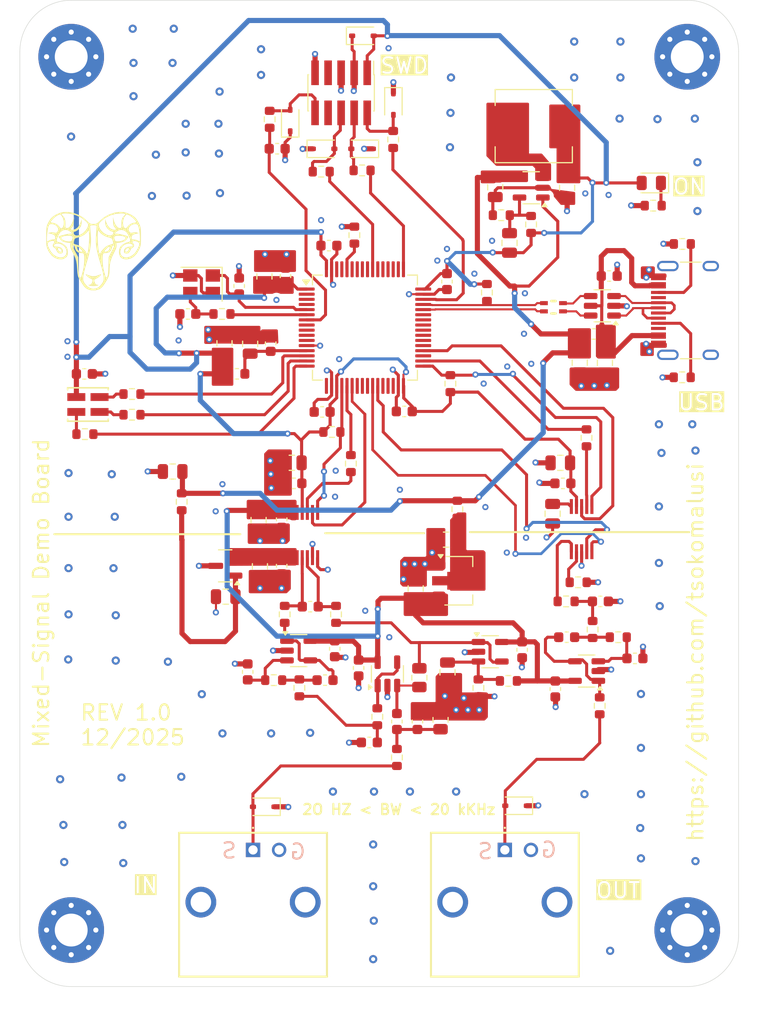
<source format=kicad_pcb>
(kicad_pcb (version 20241229) (generator "pcbnew") (generator_version "9.0")
  (layers (0 "F.Cu" signal) (4 "In1.Cu" power) (6 "In2.Cu" power) (2 "B.Cu" signal) (13 "F.Paste" user) (15 "B.Paste" user) (5 "F.SilkS" user "F.Silkscreen") (7 "B.SilkS" user "B.Silkscreen") (1 "F.Mask" user) (3 "B.Mask" user) (25 "Edge.Cuts" user))
  (net 0 "")
  (net 1 "GND")
  (net 2 "VBUS")
  (net 3 "+5V")
  (net 4 "/Power/+5V_FILT")
  (net 5 "+3.3VA")
  (net 6 "+3V3")
  (net 7 "/Power/BUCK_FB")
  (net 8 "/Power/VREF")
  (net 9 "VDDA")
  (net 10 "/MCU/HSE_IN")
  (net 11 "/MCU/XTAL_IN")
  (net 12 "NRST")
  (net 13 "/ADC/IN_RF")
  (net 14 "/ADC/IN_BUF")
  (net 15 "Net-(C303-Pad1)")
  (net 16 "Net-(C304-Pad1)")
  (net 17 "/ADC/IN_AA_BUF_OUT")
  (net 18 "/ADC/IN_AA_BUF_IN")
  (net 19 "ADC_IN+")
  (net 20 "ADC_IN-")
  (net 21 "/ADC/ADC_VREF_VIN")
  (net 22 "/ADC/ADC_VREF")
  (net 23 "/DAC/DAC_VREF")
  (net 24 "Net-(C403-Pad1)")
  (net 25 "/DAC/OUT_BUF_AA_IN")
  (net 26 "Net-(C405-Pad1)")
  (net 27 "/DAC/OUT_BUF_AA_OUT")
  (net 28 "/Power/LED_PWR_K")
  (net 29 "/MCU/CH3_B")
  (net 30 "/MCU/CH1_R")
  (net 31 "/MCU/CH2_G")
  (net 32 "/MCU/CON_SWDIO")
  (net 33 "/MCU/CON_SWCLK")
  (net 34 "/MCU/CON_NRST")
  (net 35 "/ADC/IN")
  (net 36 "/DAC/OUT")
  (net 37 "USB_CMC_D-")
  (net 38 "USB_CMC_D+")
  (net 39 "USB_D+")
  (net 40 "USB_D-")
  (net 41 "USB_CONN_D-")
  (net 43 "/MCU/USB_CONN_CC1")
  (net 44 "/MCU/USB_CONN_CC2")
  (net 45 "USB_CONN_D+")
  (net 49 "/Power/BUCK_SW")
  (net 50 "/MCU/BOOT0")
  (net 51 "SPI1_NSS")
  (net 52 "/MCU/HSE_OUT")
  (net 53 "SPI2_NSS")
  (net 54 "TM2_CH1")
  (net 55 "TM2_CH2")
  (net 56 "TM2_CH3")
  (net 57 "SWDIO")
  (net 58 "SWCLK")
  (net 59 "SWO")
  (net 60 "VCOM")
  (net 61 "/ADC/IN_BUF_OUT")
  (net 62 "/ADC/ADC_SCLK")
  (net 63 "SPI1_SCK")
  (net 64 "SPI2_SCK")
  (net 65 "/DAC/DAC_SCLK")
  (net 66 "/DAC/DAC_OUT_B")
  (net 67 "/DAC/DAC_OUT_A")
  (net 74 "DAC_NCLR")
  (net 84 "SPI1_MISO")
  (net 94 "DAC_NLDAC")
  (net 102 "SPI2_MOSI")
  (net 105 "/MCU/CON_SWO")
  (footprint "Resistor_SMD:R_0603_1608Metric" (layer "F.Cu") (at 103.66 91.93 -90)
    (property "Reference" "R105" (hide yes))
    (property "Value" "1K")
  )
  (footprint "Capacitor_SMD:C_0603_1608Metric" (layer "F.Cu") (at 84.87 51.85 90)
    (property "Reference" "C201" (hide yes))
    (property "Value" "100n")
  )
  (footprint "Capacitor_SMD:C_0805_2012Metric" (layer "F.Cu") (at 113.53 60.27 -90)
    (property "Reference" "C101" (hide yes))
    (property "Value" "1u")
  )
  (footprint "Inductor_SMD:L_0603_1608Metric" (layer "F.Cu") (at 114.9 57.48 180)
    (property "Reference" "L100" (hide yes))
    (property "Value" "10n")
  )
  (footprint "Capacitor_SMD:C_0805_2012Metric" (layer "F.Cu") (at 100.51 77.5 180)
    (property "Reference" "C102" (hide yes))
    (property "Value" "22u")
  )
  (footprint "Capacitor_SMD:C_0603_1608Metric" (layer "F.Cu") (at 93.0375 97.24 180)
    (property "Reference" "C303" (hide yes))
    (property "Value" "1n")
  )
  (footprint "Package_TO_SOT_SMD:SOT-89-3" (layer "F.Cu") (at 101.75 81.5)
    (property "Reference" "U100" (hide yes))
    (property "Value" "HT7533-1")
  )
  (footprint "Connector_DIN:BNC" (layer "F.Cu") (at 81.71 107.7 180)
    (property "Reference" "J300" (hide yes))
    (property "Value" "DOSIN-801-0031" (hide yes))
  )
  (footprint "Capacitor_SMD:C_0805_2012Metric" (layer "F.Cu") (at 105.3 43.2 -90)
    (property "Reference" "C104" (hide yes))
    (property "Value" "22u")
  )
  (footprint "Resistor_SMD:R_0603_1608Metric" (layer "F.Cu") (at 112.2025 83.51)
    (property "Reference" "R402" (hide yes))
    (property "Value" "6K8")
  )
  (footprint "Capacitor_SMD:C_0805_2012Metric" (layer "F.Cu") (at 85.49 70.02 180)
    (property "Reference" "C315" (hide yes))
    (property "Value" "10u")
  )
  (footprint "Resistor_SMD:R_0603_1608Metric" (layer "F.Cu") (at 74.76 73.815 -90)
    (property "Reference" "R308" (hide yes))
    (property "Value" "49R9")
  )
  (footprint "Resistor_SMD:R_0603_1608Metric" (layer "F.Cu") (at 95.7225 98.7 90)
    (property "Reference" "R300" (hide yes))
    (property "Value" "1K")
  )
  (footprint "DAC7563SDGSR:SOIC-10" (layer "F.Cu") (at 87 77.05)
    (property "Reference" "U303" (hide yes))
    (property "Value" "ADC141S626CIMM_NOPB")
  )
  (footprint "Capacitor_SMD:C_0603_1608Metric" (layer "F.Cu") (at 112.2575 86.995 180)
    (property "Reference" "C405" (hide yes))
    (property "Value" "1n")
  )
  (footprint "Resistor_SMD:R_0603_1608Metric" (layer "F.Cu") (at 91.58 47.86 -90)
    (property "Reference" "R200" (hide yes))
    (property "Value" "10K")
  )
  (footprint "Capacitor_SMD:C_0805_2012Metric" (layer "F.Cu") (at 106.69 48.62 90)
    (property "Reference" "C106" (hide yes))
    (property "Value" "DNP")
  )
  (footprint "LED_SMD:LED_AAA3528LSEEZGKQBKS_KNB" (layer "F.Cu") (at 65.6297 64.345)
    (property "Reference" "D200" (hide yes))
    (property "Value" "LED_ARGB")
  )
  (footprint "Capacitor_SMD:C_0603_1608Metric" (layer "F.Cu") (at 85.69 72.02 180)
    (property "Reference" "C314" (hide yes))
    (property "Value" "100n")
  )
  (footprint "Resistor_SMD:R_0603_1608Metric" (layer "F.Cu") (at 120.685 44.99 180)
    (property "Reference" "R103" (hide yes))
    (property "Value" "1K")
  )
  (footprint "Capacitor_SMD:C_0805_2012Metric" (layer "F.Cu") (at 112.3 43.25 -90)
    (property "Reference" "C105" (hide yes))
    (property "Value" "22u")
  )
  (footprint "MountingHole:MountingHole_3.2mm_M3_Pad_Via" (layer "F.Cu") (at 64 30.5)
    (property "Reference" "H1" (hide yes))
    (property "Value" "MountingHole_Pad")
  )
  (footprint "Diode_SMD:D_SOD-323" (layer "F.Cu") (at 82.75 103.5 180)
    (property "Reference" "D300" (hide yes))
    (property "Value" "PESD3V3L1BA.115")
  )
  (footprint "Diode_SMD:D_SOD-323" (layer "F.Cu") (at 95.38 35.11 -90)
    (property "Reference" "D202" (hide yes))
    (property "Value" "PESD3V3L1BA,115")
  )
  (footprint "Resistor_SMD:R_0603_1608Metric" (layer "F.Cu") (at 93.8125 94.74 -90)
    (property "Reference" "R303" (hide yes))
    (property "Value" "6K8")
  )
  (footprint "Diode_SMD:D_0805_2012Metric" (layer "F.Cu") (at 120.5 42.78 180)
    (property "Reference" "D100" (hide yes))
    (property "Value" "GREEN")
  )
  (footprint "Capacitor_SMD:C_0805_2012Metric" (layer "F.Cu") (at 110.8875 74.975 -90)
    (property "Reference" "C402" (hide yes))
    (property "Value" "1u")
  )
  (footprint "Resistor_SMD:R_0805_2012Metric" (layer "F.Cu") (at 99.9725 95.0375 -90)
    (property "Reference" "R301" (hide yes))
    (property "Value" "2M2")
  )
  (footprint "Package_TO_SOT_SMD:SOT-23-5" (layer "F.Cu") (at 86.1525 88.3)
    (property "Reference" "U301" (hide yes))
    (property "Value" "MCP6001-OT")
  )
  (footprint "Capacitor_SMD:C_0603_1608Metric" (layer "F.Cu") (at 84.5 75.525 -90)
    (property "Reference" "C311" (hide yes))
    (property "Value" "100n")
  )
  (footprint "Capacitor_SMD:C_0603_1608Metric" (layer "F.Cu") (at 81.19 90.37 90)
    (property "Reference" "C305" (hide yes))
    (property "Value" "150p")
  )
  (footprint "Resistor_SMD:R_0603_1608Metric" (layer "F.Cu") (at 69.92 65.34 180)
    (property "Reference" "R206" (hide yes))
    (property "Value" "1K")
  )
  (footprint "Resistor_SMD:R_0603_1608Metric" (layer "F.Cu") (at 108.79 46.82 90)
    (property "Reference" "R101" (hide yes))
    (property "Value" "100K")
  )
  (footprint "Capacitor_SMD:C_0603_1608Metric" (layer "F.Cu") (at 116.4 51.84 180)
    (property "Reference" "C213" (hide yes))
    (property "Value" "100n")
  )
  (footprint "Resistor_SMD:R_0603_1608Metric" (layer "F.Cu") (at 83.7225 91.175 180)
    (property "Reference" "R305" (hide yes))
    (property "Value" "12K")
  )
  (footprint "Capacitor_SMD:C_0603_1608Metric" (layer "F.Cu") (at 87.2825 84.02)
    (property "Reference" "C307" (hide yes))
    (property "Value" "150p")
  )
  (footprint "Capacitor_SMD:C_0603_1608Metric" (layer "F.Cu") (at 84.5 80.05 -90)
    (property "Reference" "C313" (hide yes))
    (property "Value" "100n")
  )
  (footprint "Capacitor_SMD:C_0603_1608Metric" (layer "F.Cu") (at 96.44 65.02 180)
    (property "Reference" "C203" (hide yes))
    (property "Value" "100n")
  )
  (footprint "Capacitor_SMD:C_0805_2012Metric" (layer "F.Cu") (at 79.05 83.05 180)
    (property "Reference" "C309" (hide yes))
    (property "Value" "10u")
  )
  (footprint "Inductor_SMD:choke" (layer "F.Cu") (at 110.97 54.88 180)
    (property "Reference" "FL200" (hide yes))
    (property "Value" "DLW21SN900SQ2L" (hide yes))
  )
  (footprint "Capacitor_SMD:C_0805_2012Metric" (layer "F.Cu") (at 97.55 82.25 90)
    (property "Reference" "C103" (hide yes))
    (property "Value" "22u")
  )
  (footprint "Capacitor_SMD:C_0603_1608Metric" (layer "F.Cu") (at 115.54 83.51)
    (property "Reference" "C403" (hide yes))
    (property "Value" "1n")
  )
  (footprint "Resistor_SMD:R_0603_1608Metric" (layer "F.Cu") (at 123.52 48.72)
    (property "Reference" "R213" (hide yes))
    (property "Value" "5K1")
  )
  (footprint "Capacitor_SMD:C_0603_1608Metric" (layer "F.Cu") (at 89.1 48.88)
    (property "Reference" "C205" (hide yes))
    (property "Value" "100n")
  )
  (footprint "Resistor_SMD:R_0603_1608Metric" (layer "F.Cu") (at 123.51 61.7)
    (property "Reference" "R212" (hide yes))
    (property "Value" "5K1")
  )
  (footprint "Diode_SMD:D_SOD-323" (layer "F.Cu") (at 92.4125 28.46)
    (property "Reference" "D201" (hide yes))
    (property "Value" "PESD3V3L1BA,115")
  )
  (footprint "Package_TO_SOT_SMD:SOT-23-5" (layer "F.Cu") (at 108.8 43.25 180)
    (property "Reference" "U101" (hide yes))
    (property "Value" "TLV62569DBV")
  )
  (footprint "Resistor_SMD:R_0603_1608Metric" (layer "F.Cu") (at 65.335 67.23 180)
    (property "Reference" "R207" (hide yes))
    (property "Value" "1K")
  )
  (footprint "MountingHole:MountingHole_3.2mm_M3_Pad_Via" (layer "F.Cu") (at 64 115.5)
    (property "Reference" "H4" (hide yes))
    (property "Value" "MountingHole_Pad")
  )
  (footprint "Package_TO_SOT_SMD:SOT-23-5" (layer "F.Cu") (at 104.8025 88.41)
    (property "Reference" "U305" (hide yes))
    (property "Value" "MCP6001-OT")
  )
  (footprint "Capacitor_SMD:C_0805_2012Metric" (layer "F.Cu") (at 73.88 70.87 180)
    (property "Reference" "C308" (hide yes))
    (property "Value" "10u")
  )
  (footprint "Capacitor_SMD:C_0805_2012Metric" (layer "F.Cu") (at 81.43 58.445 90)
    (property "Reference" "C207" (hide yes))
    (property "Value" "1u")
  )
  (footprint "Capacitor_SMD:C_0603_1608Metric" (layer "F.Cu") (at 111.15 92.035 90)
    (property "Reference" "C406" (hide yes))
    (property "Value" "100n")
  )
  (footprint "Diode_SMD:D_SOD-323" (layer "F.Cu") (at 92.33 39.46 180)
    (property "Reference" "D203" (hide yes))
    (property "Value" "SD05_SOD323")
  )
  (footprint "Resistor_SMD:R_0603_1608Metric" (layer "F.Cu") (at 100.93 62.315 -90)
    (property "Reference" "R204" (hide yes))
    (property "Value" "10K")
  )
  (footprint "Resistor_SMD:R_0603_1608Metric" (layer "F.Cu") (at 89.39 67.02 180)
    (property "Reference" "R201" (hide yes))
    (property "Value" "10K")
  )
  (footprint "Capacitor_SMD:C_0805_2012Metric" (layer "F.Cu") (at 100.65 90.41 -90)
    (property "Reference" "C107" (hide yes))
    (property "Value" "22u")
  )
  (footprint "Capacitor_SMD:C_0603_1608Metric" (layer "F.Cu") (at 91.9925 89.99 90)
    (property "Reference" "C302" (hide yes))
    (property "Value" "100n")
  )
  (footprint "Capacitor_SMD:C_0805_2012Metric" (layer "F.Cu") (at 78.93 58.395 90)
    (property "Reference" "C208" (hide yes))
    (property "Value" "1u")
  )
  (footprint "Resistor_SMD:R_0603_1608Metric" (layer "F.Cu") (at 104.49 53.445 90)
    (property "Reference" "R203" (hide yes))
    (property "Value" "1K5")
  )
  (footprint "Resistor_SMD:R_0603_1608Metric" (layer "F.Cu") (at 86.2225 91.925 90)
    (property "Reference" "R304" (hide yes))
    (property "Value" "22K")
  )
  (footprint "Capacitor_SMD:C_0603_1608Metric" (layer "F.Cu") (at 88.44 65.07 180)
    (property "Reference" "C202" (hide yes))
    (property "Value" "100n")
  )
  (footprint "Connector_PinHeader_1.27mm:PinHeader_2x05_P1.27mm_Vertical_SMD" (layer "F.Cu") (at 90.29 34.01 -90)
    (property "Reference" "J201" (hide yes))
    (property "Value" "2X5X1.27mm")
  )
  (footprint "Package_TO_SOT_SMD:SOT-23-5" (layer "F.Cu") (at 94.7975 90.5625 90)
    (property "Reference" "U300" (hide yes))
    (property "Value" "MCP6001-OT")
  )
  (footprint "Resistor_SMD:R_0603_1608Metric" (layer "F.Cu") (at 92.33 41.56)
    (property "Reference" "R209" (hide yes))
    (property "Value" "49R9")
  )
  (footprint "Inductor_SMD:L_0603_1608Metric" (layer "F.Cu") (at 80.1275 61.36 180)
    (property "Reference" "L200" (hide yes))
    (property "Value" "10n")
  )
  (footprint "Package_TO_SOT_SMD:SOT-23-6" (layer "F.Cu") (at 115.73 54.74 180)
    (property "Reference" "U201" (hide yes))
    (property "Value" "USBLC6-2SC6")
  )
  (footprint "Package_QFP:LQFP-64_10x10mm_P0.5mm" (layer "F.Cu") (at 92.61 56.86)
    (property "Reference" "U200" (hide yes))
    (property "Value" "STM32F103RCT6")
  )
  (footprint "Capacitor_SMD:C_0805_2012Metric" (layer "F.Cu") (at 82.38 80.1 -90)
    (property "Reference" "C312" (hide yes))
    (property "Value" "10u")
  )
  (footprint "Capacitor_SMD:C_0603_1608Metric" (layer "F.Cu") (at 83.43 58.395 90)
    (property "Reference" "C206" (hide yes))
    (property "Value" "10n")
  )
  (footprint "Crystal:Crystal_SMD_3225-4Pin_3.2x2.5mm" (layer "F.Cu") (at 76.7 52.64 180)
    (property "Reference" "Y200" (hide yes))
    (property "Value" "16MHz")
  )
  (footprint "Package_TO_SOT_SMD:SOT-23-5" (layer "F.Cu") (at 114.2025 90.29 180)
    (property "Reference" "U401" (hide yes))
    (property "Value" "MCP6001-OT")
  )
  (footprint "Connector_USB:USB_C_Receptacle_HRO_TYPE-C-31-M-12" (layer "F.Cu") (at 125.24 55.19 90)
    (property "Reference" "J200" (hide yes))
    (property "Value" "USB_C_Receptacle_USB2.0_16P")
  )
  (footprint "Diode_SMD:D_SOD-323" (layer "F.Cu") (at 85.33 36.71 90)
    (property "Reference" "D205" (hide yes))
    (property "Value" "SD05_SOD323")
  )
  (footprint "Resistor_SMD:R_0603_1608Metric" (layer "F.Cu") (at 105.89 45.92 180)
    (property "Reference" "R102" (hide yes))
    (property "Value" "22K")
  )
  (footprint "Capacitor_SMD:C_0603_1608Metric" (layer "F.Cu") (at 88.7225 91.175)
    (property "Reference" "C304" (hide yes))
    (property "Value" "1n")
  )
  (footprint "Capacitor_SMD:C_0603_1608Metric" (layer "F.Cu") (at 107.92 88.22 90)
    (property "Reference" "C108" (hide yes))
    (property "Value" "100n")
  )
  (footprint "Resistor_SMD:R_0603_1608Metric" (layer "F.Cu") (at 83.33 36.585 -90)
    (property "Reference" "R211" (hide yes))
    (property "Value" "49R9")
  )
  (footprint "Resistor_SMD:R_0603_1608Metric" (layer "F.Cu") (at 101.61 74.54 -90)
    (property "Reference" "R100" (hide yes))
    (property "Value" "10R")
  )
  (footprint "Resistor_SMD:R_0603_1608Metric" (layer "F.Cu") (at 106.58 91.25 180)
    (property "Reference" "R104" (hide yes))
    (property "Value" "1K")
  )
  (footprint "Diode_SMD:D_SOD-323" (layer "F.Cu") (at 88.58 39.46)
    (property "Reference" "D204" (hide yes))
    (property "Value" "SD05_SOD323")
  )
  (footprint "Resistor_SMD:R_0603_1608Metric" (layer "F.Cu") (at 95.36 38.55 -90)
    (property "Reference" "R208" (hide yes))
    (property "Value" "49R9")
  )
  (footprint "Capacitor_SMD:C_0805_2012Metric" (layer "F.Cu") (at 82.25 75.6 -90)
    (property "Reference" "C310" (hide yes))
    (property "Value" "10u")
  )
  (footprint "Resistor_SMD:R_0603_1608Metric" (layer "F.Cu") (at 113.375 81.65 180)
    (property "Reference" "R401" (hide yes))
    (property "Value" "10K")
  )
  (footprint "Resistor_SMD:R_0603_1608Metric" (layer "F.Cu") (at 115.4725 93.675 -90)
    (property "Reference" "R405" (hide yes))
    (property "Value" "49R9")
  )
  (footprint "MountingHole:MountingHole_3.2mm_M3_Pad_Via" (layer "F.Cu") (at 124 115.5)
    (property "Reference" "H3" (hide yes))
    (property "Value" "MountingHole_Pad")
  )
  (footprint "DAC7563SDGSR:SOIC-10" (layer "F.Cu") (at 113.7125 76.475)
    (property "Reference" "U400" (hide yes))
    (property "Value" "DAC7563SDGSR")
  )
  (footprint "Connector_DIN:BNC" (layer "F.Cu") (at 106.236 107.7 180)
    (property "Reference" "J400" (hide yes))
    (property "Value" "DOSIN-801-0031" (hide yes))
  )
  (footprint "Capacitor_SMD:C_0603_1608Metric" (layer "F.Cu") (at 80.36 52.81 90)
    (property "Reference" "C209" (hide yes))
    (property "Value" "10p")
  )
  (footprint "Resistor_SMD:R_0603_1608Metric" (layer "F.Cu") (at 117.2825 86.995)
    (property "Reference" "R404" (hide yes))
    (property "Value" "12K")
  )
  (footprint "Inductor_SMD:L_Sunlord_MWSA0603S" (layer "F.Cu") (at 109.05 37.25)
    (property "Reference" "L101" (hide yes))
    (property "Value" "68u")
  )
  (footprint "Capacitor_SMD:C_0603_1608Metric" (layer "F.Cu") (at 95.7225 95.2 90)
    (property "Reference" "C301" (hide yes))
    (property "Value" "100n")
  )
  (footprint "Capacitor_SMD:C_0805_2012Metric" (layer "F.Cu") (at 82.82 51.875 90)
    (property "Reference" "C200" (hide yes))
    (property "Value" "10u")
  )
  (footprint "Capacitor_SMD:C_0805_2012Metric" (layer "F.Cu") (at 111.6375 70.025 180)
    (property "Reference" "C400" (hide yes))
    (property "Value" "10u")
  )
  (footprint "Resistor_SMD:R_0603_1608Metric" (layer "F.Cu") (at 69.92 63.33 180)
    (property "Reference" "R205" (hide yes))
    (property "Value" "1K")
  )
  (footprint "Package_TO_SOT_SMD:SOT-23" (layer "F.Cu") (at 79 80.05 180)
    (property "Reference" "U302" (hide yes))
    (property "Value" "REF3033AIDBZ")
  )
  (footprint "Resistor_SMD:R_0603_1608Metric" (layer "F.Cu") (at 114.19 67.59 -90)
    (property "Reference" "R400" (hide yes))
    (property "Value" "0R")
  )
  (footprint "Capacitor_SMD:C_0603_1608Metric" (layer "F.Cu") (at 75.36 55.535 180)
    (property "Reference" "C210" (hide yes))
    (property "Value" "10p")
  )
  (footprint "Capacitor_SMD:C_0603_1608Metric" (layer "F.Cu") (at 97.7225 95.2 90)
    (property "Reference" "C300" (hide yes))
    (property "Value" "150p")
  )
  (footprint "Capacitor_SMD:C_0603_1608Metric" (layer "F.Cu") (at 118.905 89.06)
    (property "Reference" "C404" (hide yes))
    (property "Value" "150p")
  )
  (footprint "Resistor_SMD:R_0603_1608Metric" (layer "F.Cu") (at 114.7825 86.245 -90)
    (property "Reference" "R403" (hide yes))
    (property "Value" "22K")
  )
  (footprint "Capacitor_SMD:C_0603_1608Metric" (layer "F.Cu") (at 84.06 39.45)
    (property "Reference" "C212" (hide yes))
    (property "Value" "100n")
  )
  (footprint "Capacitor_SMD:C_0603_1608Metric" (layer "F.Cu") (at 65.28 61.37)
    (property "Reference" "C211" (hide yes))
    (property "Value" "100n")
  )
  (footprint "MountingHole:MountingHole_3.2mm_M3_Pad_Via" (layer "F.Cu") (at 124 30.5)
    (property "Reference" "H2" (hide yes))
    (property "Value" "MountingHole_Pad")
  )
  (footprint "Resistor_SMD:R_0603_1608Metric" (layer "F.Cu") (at 84.7925 84.77 90)
    (property "Reference" "R306" (hide yes))
    (property "Value" "1K")
  )
  (footprint "Capacitor_SMD:C_0805_2012Metric" (layer "F.Cu") (at 115.98 60.29 -90)
    (property "Reference" "C100" (hide yes))
    (property "Value" "1u")
  )
  (footprint "KiCad_Footprint_logos:logo2" (layer "F.Cu") (at 66.510562 49.450752)
    (property "Reference" "G***" (hide yes))
    (property "Value" "LOGO" (hide yes))
  )
  (footprint "Resistor_SMD:R_0603_1608Metric" (layer "F.Cu") (at 89.7925 84.77 90)
    (property "Reference" "R307" (hide yes))
    (property "Value" "1K")
  )
  (footprint "Capacitor_SMD:C_0603_1608Metric" (layer "F.Cu") (at 89.67 88.12 90)
    (property "Reference" "C306" (hide yes))
    (property "Value" "100n")
  )
  (footprint "Resistor_SMD:R_0603_1608Metric" (layer "F.Cu") (at 91.24 70.095 90)
    (property "Reference" "R309" (hide yes))
    (property "Value" "0R")
  )
  (footprint "Capacitor_SMD:C_0603_1608Metric" (layer "F.Cu") (at 100.6 52.38 -90)
    (property "Reference" "C204" (hide yes))
    (property "Value" "100n")
  )
  (footprint "Resistor_SMD:R_0603_1608Metric" (layer "F.Cu") (at 88.35 41.68)
    (property "Reference" "R210" (hide yes))
    (property "Value" "49R9")
  )
  (footprint "Diode_SMD:D_SOD-323" (layer "F.Cu") (at 107.3275 103.4 180)
    (property "Reference" "D400" (hide yes))
    (property "Value" "PESD3V3L1BA.115")
  )
  (footprint "Resistor_SMD:R_0603_1608Metric" (layer "F.Cu") (at 78.685 55.535)
    (property "Reference" "R202" (hide yes))
    (property "Value" "0R")
  )
  (footprint "Resistor_SMD:R_0805_2012Metric" (layer "F.Cu") (at 97.91 90.9325 90)
    (property "Reference" "R302" (hide yes))
    (property "Value" "2M2")
  )
  (footprint "Capacitor_SMD:C_0603_1608Metric" (layer "F.Cu") (at 111.8875 72.025 180)
    (property "Reference" "C401" (hide yes))
    (property "Value" "100n")
  )
  (gr_line (start 80.47 76.97) (end 62.36 76.97) (stroke (width 0.2)) (layer "F.SilkS"))
  (gr_line (start 102.83 76.765) (end 124.19 76.765) (stroke (width 0.2)) (layer "F.SilkS"))
  (gr_line (start 88.74 76.87) (end 98.37 76.87) (stroke (width 0.2)) (layer "F.SilkS"))
  (gr_arc (start 64 121) (mid 60.464466 119.535534) (end 59 116) (stroke (width 0.05)) (layer "Edge.Cuts"))
  (gr_line (start 124 121) (end 64 121) (stroke (width 0.05)) (layer "Edge.Cuts"))
  (gr_line (start 59 116) (end 59 30) (stroke (width 0.05)) (layer "Edge.Cuts"))
  (gr_line (start 129 30) (end 129 116) (stroke (width 0.05)) (layer "Edge.Cuts"))
  (gr_arc (start 129 116) (mid 127.535534 119.535534) (end 124 121) (stroke (width 0.05)) (layer "Edge.Cuts"))
  (gr_line (start 64 25) (end 124 25) (stroke (width 0.05)) (layer "Edge.Cuts"))
  (gr_arc (start 124 25) (mid 127.535534 26.464466) (end 129 30) (stroke (width 0.05)) (layer "Edge.Cuts"))
  (gr_arc (start 59 30) (mid 60.464466 26.464466) (end 64 25) (stroke (width 0.05)) (layer "Edge.Cuts"))
  (gr_text "REV 1.0\n12/2025" (at 64.79 97.63 0) (layer "F.SilkS") (effects (font (size 1.5 1.5) (thickness 0.2)) (justify left bottom)))
  (gr_text "USB" (at 122.99 65.02 0) (layer "F.SilkS" knockout) (effects (font (size 1.5 1.5) (thickness 0.2)) (justify left bottom)))
  (gr_text "OUT" (at 114.99 112.52 0) (layer "F.SilkS" knockout) (effects (font (size 1.5 1.5) (thickness 0.2)) (justify left bottom)))
  (gr_text "Mixed-Signal Demo Board" (at 61.96 97.87 90) (layer "F.SilkS") (effects (font (size 1.5 1.5) (thickness 0.2)) (justify left bottom)))
  (gr_text "IN" (at 69.99 112.02 0) (layer "F.SilkS" knockout) (effects (font (size 1.5 1.5) (thickness 0.2)) (justify left bottom)))
  (gr_text "ON" (at 122.49 44.02 0) (layer "F.SilkS" knockout) (effects (font (size 1.5 1.5) (thickness 0.2)) (justify left bottom)))
  (gr_text "https://github.com/tsokomalusi" (at 125.68 107.02 90) (layer "F.SilkS") (effects (font (size 1.5 1.5) (thickness 0.2)) (justify left bottom)))
  (gr_text "2O HZ < BW < 20 kKHz" (at 86.4 104.35 0) (layer "F.SilkS") (effects (font (size 1 1) (thickness 0.2) (bold yes)) (justify left bottom)))
  (gr_text "SWD" (at 93.99 32.245 0) (layer "F.SilkS" knockout) (effects (font (size 1.5 1.5) (thickness 0.2)) (justify left bottom)))
  (gr_text "S" (at 105.17 108.71 0) (layer "B.SilkS") (effects (font (size 1.5 1.5) (thickness 0.2)) (justify left bottom mirror)))
  (gr_text "G" (at 111.41 108.57 0) (layer "B.SilkS") (effects (font (size 1.5 1.5) (thickness 0.2)) (justify left bottom mirror)))
  (gr_text "S" (at 80.22 108.64 0) (layer "B.SilkS") (effects (font (size 1.5 1.5) (thickness 0.2)) (justify left bottom mirror)))
  (gr_text "G" (at 86.96 108.75 0) (layer "B.SilkS") (effects (font (size 1.5 1.5) (thickness 0.2)) (justify left bottom mirror)))
  (segment (start 99.37 53.61) (end 99.825 53.155) (width 0.3) (layer "F.Cu") (net 1))
  (segment (start 109.9375 43.25) (end 105.56 43.25) (width 0.3) (layer "F.Cu") (net 1))
  (segment (start 122.685 61.7) (end 121.6 61.7) (width 0.5) (layer "F.Cu") (net 1))
  (segment (start 89.36 63.45) (end 89.04 63.77) (width 0.3) (layer "F.Cu") (net 1))
  (segment (start 109.255 70.025) (end 109.22 69.99) (width 0.3) (layer "F.Cu") (net 1))
  (segment (start 89.15 61.03) (end 88.9 61.03) (width 0.2) (layer "F.Cu") (net 1))
  (segment (start 75.6 51.79) (end 73.9 51.79) (width 0.5) (layer "F.Cu") (net 1))
  (segment (start 105.24 92.77) (end 105.225 92.755) (width 0.5) (layer "F.Cu") (net 1))
  (segment (start 85.12 103.5) (end 85.14 103.52) (width 0.5) (layer "F.Cu") (net 1))
  (segment (start 91.56 32.06) (end 91.56 33.79) (width 0.5) (layer "F.Cu") (net 1))
  (segment (start 89.5225 88.955) (end 90.5225 88.955) (width 0.5) (layer "F.Cu") (net 1))
  (segment (start 90.34 47.02) (end 90.355 47.035) (width 0.5) (layer "F.Cu") (net 1))
  (segment (start 91.9925 90.765) (end 91.9925 91.935) (width 0.5) (layer "F.Cu") (net 1))
  (segment (start 112.3 44.2) (end 112.3 45.51) (width 0.5) (layer "F.Cu") (net 1))
  (segment (start 87.5 77.73) (end 87.5 77.92) (width 0.2) (layer "F.Cu") (net 1))
  (segment (start 105.3 43.51) (end 105.3 44.15) (width 0.3) (layer "F.Cu") (net 1))
  (segment (start 88.015 63.845) (end 87.665 64.195) (width 0.3) (layer "F.Cu") (net 1))
  (segment (start 98.285 53.61) (end 99.37 53.61) (width 0.3) (layer "F.Cu") (net 1))
  (segment (start 109.685 72.025) (end 109.6 71.94) (width 0.3) (layer "F.Cu") (net 1))
  (segment (start 77.8 53.49) (end 76.89 53.49) (width 0.3) (layer "F.Cu") (net 1))
  (segment (start 99.825 53.155) (end 100.6 53.155) (width 0.3) (layer "F.Cu") (net 1))
  (segment (start 110.298774 77.280444) (end 110.359218 77.22) (width 0.3) (layer "F.Cu") (net 1))
  (segment (start 115.36 90.15) (end 115.365 90.145) (width 0.2) (layer "F.Cu") (net 1))
  (segment (start 102.34 88.47) (end 102.33 88.46) (width 0.2) (layer "F.Cu") (net 1))
  (segment (start 89.51 52.69) (end 89.36 52.54) (width 0.2) (layer "F.Cu") (net 1))
  (segment (start 116.945 54.75) (end 118.080039 54.75) (width 0.5) (layer "F.Cu") (net 1))
  (segment (start 115.365 90.145) (end 116.5925 90.145) (width 0.5) (layer "F.Cu") (net 1))
  (segment (start 89.875 49.705) (end 89.875 48.88) (width 0.3) (layer "F.Cu") (net 1))
  (segment (start 84.835 38.835) (end 84.835 39.45) (width 0.3) (layer "F.Cu") (net 1))
  (segment (start 90.29 32.06) (end 90.29 33.79) (width 0.5) (layer "F.Cu") (net 1))
  (segment (start 83.8 103.5) (end 85.12 103.5) (width 0.5) (layer "F.Cu") (net 1))
  (segment (start 119.68 89.06) (end 119.68 87.93) (width 0.5) (layer "F.Cu") (net 1))
  (segment (start 116.315 83.51) (end 117.475 83.51) (width 0.5) (layer "F.Cu") (net 1))
  (segment (start 117.475 83.51) (end 117.485 83.5) (width 0.2) (layer "F.Cu") (net 1))
  (segment (start 71.46 70.87) (end 71.45 70.86) (width 0.5) (layer "F.Cu") (net 1))
  (segment (start 81.19 89.595) (end 79.965 89.595) (width 0.5) (layer "F.Cu") (net 1))
  (segment (start 109.46 103.4) (end 109.49 103.37) (width 0.2) (layer "F.Cu") (net 1))
  (segment (start 91.58 47.035) (end 90.355 47.035) (width 0.5) (layer "F.Cu") (net 1))
  (segment (start 87.74 30.22) (end 87.75 30.23) (width 0.5) (layer "F.Cu") (net 1))
  (segment (start 118.080039 54.75) (end 118.06 54.75) (width 0.2) (layer "F.Cu") (net 1))
  (segment (start 105.56 43.25) (end 105.3 43.51) (width 0.3) (layer "F.Cu") (net 1))
  (segment (start 85.015 88.3) (end 83.6625 88.3) (width 0.5) (layer "F.Cu") (net 1))
  (segment (start 91.56 30) (end 91.3625 29.8025) (width 0.293) (layer "F.Cu") (net 1))
  (segment (start 89.04 63.77) (end 88.965 63.845) (width 0.2) (layer "F.Cu") (net 1))
  (segment (start 78.1 84.57) (end 78.09 84.58) (width 0.2) (layer "F.Cu") (net 1))
  (segment (start 118.56 44.99) (end 118.54 44.97) (width 0.5) (layer "F.Cu") (net 1))
  (segment (start 90.7125 88.965) (end 90.6825 88.935) (width 0.3) (layer "F.Cu") (net 1))
  (segment (start 76.88 53.5) (end 76.681556 53.301556) (width 0.3) (layer "F.Cu") (net 1))
  (segment (start 92.2625 97.24) (end 91.0775 97.24) (width 0.5) (layer "F.Cu") (net 1))
  (segment (start 113.7125 80.0275) (end 113.7 80.04) (width 0.2) (layer "F.Cu") (net 1))
  (segment (start 118.06 54.75) (end 118.05 54.76) (width 0.2) (layer "F.Cu") (net 1))
  (segment (start 98.285 53.61) (end 96.9 53.61) (width 0.2) (layer "F.Cu") (net 1))
  (segment (start 91.3625 29.8025) (end 91.3625 28.46) (width 0.293) (layer "F.Cu") (net 1))
  (segment (start 89.36 61.24) (end 89.36 62.535) (width 0.3) (layer "F.Cu") (net 1))
  (segment (start 118.115039 54.785) (end 118.080039 54.75) (width 0.2) (layer "F.Cu") (net 1))
  (segment (start 87.5 79.25) (end 87.5 77.92) (width 0.3) (layer "F.Cu") (net 1))
  (segment (start 67.3 61.37) (end 67.32 61.35) (width 0.2) (layer "F.Cu") (net 1))
  (segment (start 121.68 48.7) (end 121.7 48.72) (width 0.2) (layer "F.Cu") (net 1))
  (segment (start 88.23 58.61) (end 88.24 58.62) (width 0.2) (layer "F.Cu") (net 1))
  (segment (start 95.665 63.645) (end 95.665 65.02) (width 0.3) (layer "F.Cu") (net 1))
  (segment (start 74.585 55.535) (end 74.585 56.785) (width 0.5) (layer "F.Cu") (net 1))
  (segment (start 91.56 33.79) (end 91.52 33.83) (width 0.2) (layer "F.Cu") (net 1))
  (segment (start 114.2 81.65) (end 115.31 81.65) (width 0.5) (layer "F.Cu") (net 1))
  (segment (start 86.935 58.61) (end 88.23 58.61) (width 0.2) (layer "F.Cu") (net 1))
  (segment (start 103.66 92.755) (end 105.225 92.755) (width 0.5) (layer "F.Cu") (net 1))
  (segment (start 84.835 40.555) (end 84.84 40.56) (width 0.2) (layer "F.Cu") (net 1))
  (segment (start 80.36 52.035) (end 80.36 50.9) (width 0.5) (layer "F.Cu") (net 1))
  (segment (start 76.681556 52.081556) (end 76.39 51.79) (width 0.3) (layer "F.Cu") (net 1))
  (segment (start 110.49 77.22) (end 110.8875 76.8225) (width 0.3) (layer "F.Cu") (net 1))
  (segment (start 103.645 88.47) (end 102.34 88.47) (width 0.5) (layer "F.Cu") (net 1))
  (segment (start 87.665 64.195) (end 87.665 65.07) (width 0.3) (layer "F.Cu") (net 1))
  (segment (start 105.065 44.385) (end 105.3 44.15) (width 0.3) (layer "F.Cu") (net 1))
  (segment (start 90.29 33.79) (end 90.28 33.8) (width 0.2) (layer "F.Cu") (net 1))
  (segment (start 83.6575 88.295) (end 83.6625 88.3) (width 0.293) (layer "F.Cu") (net 1))
  (segment (start 95.86 62.535) (end 95.86 63.45) (width 0.3) (layer "F.Cu") (net 1))
  (segment (start 93.38 39.46) (end 92.54 39.46) (width 0.5) (layer "F.Cu") (net 1))
  (segment (start 110.8875 76.8225) (end 110.8875 75.925) (width 0.3) (layer "F.Cu") (net 1))
  (segment (start 84.835 39.45) (end 84.835 40.555) (width 0.5) (layer "F.Cu") (net 1))
  (segment (start 95.38 34.06) (end 95.38 32.98) (width 0.5) (layer "F.Cu") (net 1))
  (segment (start 108.3775 103.4) (end 109.46 103.4) (width 0.5) (layer "F.Cu") (net 1))
  (segment (start 92.54 39.46) (end 92.53 39.45) (width 0.2) (layer "F.Cu") (net 1))
  (segment (start 111.17 93.8) (end 111.18 93.79) (width 0.2) (layer "F.Cu") (net 1))
  (segment (start 87.75 32.06) (end 87.75 30.23) (width 0.5) (layer "F.Cu") (net 1))
  (segment (start 95.86 64.915) (end 96.025 65.08) (width 0.2) (layer "F.Cu") (net 1))
  (segment (start 88.29 80.42) (end 88.99 80.42) (width 0.3) (layer "F.Cu") (net 1))
  (segment (start 117.175 51.84) (end 117.175 50.735) (width 0.5) (layer "F.Cu") (net 1))
  (segment (start 91.56 32.06) (end 91.56 30) (width 0.293) (layer "F.Cu") (net 1))
  (segment (start 95.86 61.49) (end 95.86 62.535) (width 0.3) (layer "F.Cu") (net 1))
  (segment (start 105.065 45.92) (end 105.065 44.385) (width 0.3) (layer "F.Cu") (net 1))
  (segment (start 74.585 56.785) (end 74.59 56.79) (width 0.261112) (layer "F.Cu") (net 1))
  (segment (start 72.93 70.87) (end 71.46 70.87) (width 0.5) (layer "F.Cu") (net 1))
  (segment (start 95.32 60.95) (end 95.86 61.49) (width 0.3) (layer "F.Cu") (net 1))
  (segment (start 119.68 87.93) (end 119.69 87.92) (width 0.293) (layer "F.Cu") (net 1))
  (segment (start 110.6875 70.025) (end 109.255 70.025) (width 0.5) (layer "F.Cu") (net 1))
  (segment (start 107.92 88.995) (end 107.92 89.89) (width 0.5) (layer "F.Cu") (net 1))
  (segment (start 87.53 39.46) (end 86.55 39.46) (width 0.5) (layer "F.Cu") (net 1))
  (segment (start 79.965 89.595) (end 79.94 89.57) (width 0.293) (layer "F.Cu") (net 1))
  (segment (start 119.86 44.99) (end 118.56 44.99) (width 0.5) (layer "F.Cu") (net 1))
  (segment (start 115.32 81.64) (end 115.31 81.65) (width 0.2) (layer "F.Cu") (net 1))
  (segment (start 105.3 45.685) (end 105.065 45.92) (width 0.3) (layer "F.Cu") (net 1))
  (segment (start 111.18 92.65) (end 111.18 93.79) (width 0.5) (layer "F.Cu") (net 1))
  (segment (start 78.1 83.05) (end 78.1 84.57) (width 0.2) (layer "F.Cu") (net 1))
  (segment (start 105.32 44.15) (end 105.49 44.32) (width 0.3) (layer "F.Cu") (net 1))
  (segment (start 89.36 62.535) (end 89.36 63.45) (width 0.3) (layer "F.Cu") (net 1))
  (segment (start 110.359218 77.22) (end 110.49 77.22) (width 0.3) (layer "F.Cu") (net 1))
  (segment (start 89.36 51.185) (end 89.36 52.54) (width 0.3) (layer "F.Cu") (net 1))
  (segment (start 112.3 45.51) (end 112.29 45.52) (width 0.3) (layer "F.Cu") (net 1))
  (segment (start 117.17 50.73) (end 117.175 50.735) (width 0.5) (layer "F.Cu") (net 1))
  (segment (start 88.965 63.845) (end 88.015 63.845) (width 0.3) (layer "F.Cu") (net 1))
  (segment (start 88 79.25) (end 88 80.13) (width 0.3) (layer "F.Cu") (net 1))
  (segment (start 105.3 44.15) (end 105.32 44.15) (width 0.3) (layer "F.Cu") (net 1))
  (segment (start 66.055 61.37) (end 67.3 61.37) (width 0.5) (layer "F.Cu") (net 1))
  (segment (start 85.33 37.76) (end 85.33 38.34) (width 0.3) (layer "F.Cu") (net 1))
  (segment (start 113.7125 78.675) (end 113.7125 80.0275) (width 0.3) (layer "F.Cu") (net 1))
  (segment (start 111.1125 72.025) (end 109.685 72.025) (width 0.5) (layer "F.Cu") (net 1))
  (segment (start 90.5425 88.935) (end 90.5225 88.955) (width 0.3) (layer "F.Cu") (net 1))
  (segment (start 121.6 61.7) (end 121.59 61.71) (width 0.2) (layer "F.Cu") (net 1))
  (segment (start 89.36 61.24) (end 89.15 61.03) (width 0.3) (layer "F.Cu") (net 1))
  (segment (start 96.89 53.62) (end 96.9 53.61) (width 0.2) (layer "F.Cu") (net 1))
  (segment (start 89.36 50.22) (end 89.875 49.705) (width 0.3) (layer "F.Cu") (net 1))
  (segment (start 121.7 48.72) (end 122.695 48.72) (width 0.5) (layer "F.Cu") (net 1))
  (segment (start 95.39 32.97) (end 95.38 32.98) (width 0.5) (layer "F.Cu") (net 1))
  (segment (start 85.33 38.34) (end 84.835 38.835) (width 0.3) (layer "F.Cu") (net 1))
  (segment (start 76.39 51.79) (end 75.6 51.79) (width 0.3) (layer "F.Cu") (net 1))
  (segment (start 107.92 89.89) (end 107.89 89.92) (width 0.5) (layer "F.Cu") (net 1))
  (segment (start 86.55 39.46) (end 86.54 39.47) (width 0.2) (layer "F.Cu") (net 1))
  (segment (start 90.6825 88.935) (end 90.5425 88.935) (width 0.3) (layer "F.Cu") (net 1))
  (segment (start 80.36 50.9) (end 80.34 50.88) (width 0.261112) (layer "F.Cu") (net 1))
  (segment (start 94.7975 91.7) (end 94.7975 92.82) (width 0.5) (layer "F.Cu") (net 1))
  (segment (start 95.86 63.45) (end 95.665 63.645) (width 0.3) (layer "F.Cu") (net 1))
  (segment (start 78.0625 80.05) (end 76.44 80.05) (width 0.5) (layer "F.Cu") (net 1))
  (segment (start 91.0775 97.24) (end 91.0625 97.255) (width 0.3) (layer "F.Cu") (net 1))
  (segment (start 76.681556 53.301556) (end 76.681556 52.081556) (width 0.3) (layer "F.Cu") (net 1))
  (segment (start 89.36 51.185) (end 89.36 50.22) (width 0.3) (layer "F.Cu") (net 1))
  (segment (start 88 80.13) (end 88.29 80.42) (width 0.3) (layer "F.Cu") (net 1))
  (via (at 121.24 79.77) (size 0.8) (drill 0.4) (layers "F.Cu" "B.Cu") (net 1))
  (via (at 102.64 94.07) (size 0.6) (drill 0.3) (layers "F.Cu" "B.Cu") (net 1))
  (via (at 121.49 69.06) (size 0.8) (drill 0.4) (layers "F.Cu" "B.Cu") (net 1))
  (via (at 73.42 89.38) (size 0.8) (drill 0.4) (layers "F.Cu" "B.Cu") (net 1))
  (via (at 100.99 32.52) (size 0.8) (drill 0.4) (layers "F.Cu" "B.Cu") (net 1))
  (via (at 69.99 27.77) (size 0.8) (drill 0.4) (layers "F.Cu" "B.Cu") (net 1))
  (via (at 104.34 74.33) (size 0.6) (drill 0.3) (layers "F.Cu" "B.Cu") (net 1))
  (via (at 96.49 79.87) (size 0.6) (drill 0.3) (layers "F.Cu" "B.Cu") (net 1))
  (via (at 83.44 71.12) (size 0.6) (drill 0.3) (layers "F.Cu" "B.Cu") (net 1))
  (via (at 121.59 61.71) (size 0.6) (drill 0.3) (layers "F.Cu" "B.Cu") (net 1))
  (via (at 99.15 78.76) (size 0.6) (drill 0.3) (layers "F.Cu" "B.Cu") (net 1))
  (via (at 63.99 38.27) (size 0.8) (drill 0.4) (layers "F.Cu" "B.Cu") (net 1))
  (via (at 87.75 30.23) (size 0.6) (drill 0.3) (layers "F.Cu" "B.Cu") (net 1))
  (via (at 119.99 58.44) (size 0.6) (drill 0.3) (layers "F.Cu" "B.Cu") (net 1))
  (via (at 94.7975 92.82) (size 0.6) (drill 0.3) (layers "F.Cu" "B.Cu") (net 1))
  (via (at 115.31 81.65) (size 0.6) (drill 0.3) (layers "F.Cu" "B.Cu") (net 1))
  (via (at 87.27 96.3) (size 0.8) (drill 0.4) (layers "F.Cu" "B.Cu") (net 1))
  (via (at 67.32 61.35) (size 0.6) (drill 0.3) (layers "F.Cu" "B.Cu") (net 1))
  (via (at 117.41 36.52) (size 0.8) (drill 0.4) (layers "F.Cu" "B.Cu") (net 1))
  (via (at 85.14 103.52) (size 0.6) (drill 0.3) (layers "F.Cu" "B.Cu") (net 1))
  (via (at 94.98 87) (size 0.6) (drill 0.3) (layers "F.Cu" "B.Cu") (net 1))
  (via (at 70.07 31.1) (size 0.8) (drill 0.4) (layers "F.Cu" "B.Cu") (net 1))
  (via (at 101.49 102.02) (size 0.8) (drill 0.4) (layers "F.Cu" "B.Cu") (net 1))
  (via (at 95.38 32.98) (size 0.6) (drill 0.3) (layers "F.Cu" "B.Cu") (net 1))
  (via (at 68.34 84.86) (size 0.8) (drill 0.4) (layers "F.Cu" "B.Cu") (net 1))
  (via (at 116.5925 90.145) (size 0.6) (drill 0.3) (layers "F.Cu" "B.Cu") (net 1))
  (via (at 84.59 77.62) (size 0.6) (drill 0.3) (layers "F.Cu" "B.Cu") (net 1))
  (via (at 86.54 39.47) (size 0.6) (drill 0.3) (layers "F.Cu" "B.Cu") (net 1))
  (via (at 90.1 59.93) (size 0.6) (drill 0.3) (layers "F.Cu" "B.Cu") (net 1))
  (via (at 97.44 79.87) (size 0.6) (drill 0.3) (layers "F.Cu" "B.Cu") (net 1))
  (via (at 104.99 48.41) (size 0.6) (drill 0.3) (layers "F.Cu" "B.Cu") (net 1))
  (via (at 73.9 51.79) (size 0.6) (drill 0.3) (layers "F.Cu" "B.Cu") (net 1))
  (via (at 87.5 77.92) (size 0.6) (drill 0.3) (layers "F.Cu" "B.Cu") (net 1))
  (via (at 82.39 82.22) (size 0.6) (drill 0.3) (layers "F.Cu" "B.Cu") (net 1))
  (via (at 119.42 105.57) (size 0.8) (drill 0.4) (layers "F.Cu" "B.Cu") (net 1))
  (via (at 112.29 45.52) (size 0.6) (drill 0.3) (layers "F.Cu" "B.Cu") (net 1))
  (via (at 78.49 43.77) (size 0.8) (drill 0.4) (layers "F.Cu" "B.Cu") (net 1))
  (via (at 75.15 39.81) (size 0.8) (drill 0.4) (layers "F.Cu" "B.Cu") (net 1))
  (via (at 92.64 84.42) (size 0.6) (drill 0.3) (layers "F.Cu" "B.Cu") (net 1))
  (via (at 113.68 62.54) (size 0.6) (drill 0.3) (layers "F.Cu" "B.Cu") (net 1))
  (via (at 88.24 58.62) (size 0.6) (drill 0.3) (layers "F.Cu" "B.Cu") (net 1))
  (via (at 83.39 69.82) (size 0.6) (drill 0.3) (layers "F.Cu" "B.Cu") (net 1))
  (via (at 69.07 108.98) (size 0.8) (drill 0.4) (layers "F.Cu" "B.Cu") (net 1))
  (via (at 108.19 53.52) (size 0.6) (drill 0.3) (layers "F.Cu" "B.Cu") (net 1))
  (via (at 96.36 81.35) (size 0.6) (drill 0.3) (layers "F.Cu" "B.Cu") (net 1))
  (via (at 124.49 66.27) (size 0.8) (drill 0.4) (layers "F.Cu" "B.Cu") (net 1))
  (via (at 82.49 29.77) (size 0.8) (drill 0.4) (layers "F.Cu" "B.Cu") (net 1))
  (via (at 90.355 47.035) (size 0.6) (drill 0.3) (layers "F.Cu" "B.Cu") (net 1))
  (via (at 103.74 94.07) (size 0.6) (drill 0.3) (layers "F.Cu" "B.Cu") (net 1))
  (via (at 93.47 114.59) (size 0.8) (drill 0.4) (layers "F.Cu" "B.Cu") (net 1))
  (via (at 99.66 50.34) (size 0.6) (drill 0.3) (layers "F.Cu" "B.Cu") (net 1))
  (via (at 78.34 37.02) (size 0.8) (drill 0.4) (layers "F.Cu" "B.Cu") (net 1))
  (via (at 83.49 72.47) (size 0.6) (drill 0.3) (layers "F.Cu" "B.Cu") (net 1))
  (via (at 63.74 71.02) (size 0.8) (drill 0.4) (layers "F.Cu" "B.Cu") (net 1))
  (via (at 68.24 75.27) (size 0.8) (drill 0.4) (layers "F.Cu" "B.Cu") (net 1))
  (via (at 98.44 79.86) (size 0.6) (drill 0.3) (layers "F.Cu" "B.Cu") (net 1))
  (via (at 74.46 58.11) (size 0.6) (drill 0.3) (layers "F.Cu" "B.Cu") (net 1))
  (via (at 63.74 84.77) (size 0.8) (drill 0.4) (layers "F.Cu" "B.Cu") (net 1))
  (via (at 89.49 102.02) (size 0.8) (drill 0.4) (layers "F.Cu" "B.Cu") (net 1))
  (via (at 116.34 43.95) (size 0.6) (drill 0.3) (layers "F.Cu" "B.Cu") (net 1))
  (via (at 89.7 73.32) (size 0.6) (drill 0.3) (layers "F.Cu" "B.Cu") (net 1))
  (via (at 94.91 29.67) (size 0.6) (drill 0.3) (layers "F.Cu" "B.Cu") (net 1))
  (via (at 80.34 50.88) (size 0.6) (drill 0.3) (layers "F.Cu" "B.Cu") (net 1))
  (via (at 84.49 82.22) (size 0.6) (drill 0.3) (layers "F.Cu" "B.Cu") (net 1))
  (via (at 73.99 27.77) (size 0.8) (drill 0.4) (layers "F.Cu" "B.Cu") (net 1))
  (via (at 93.49 102.02) (size 0.8) (drill 0.4) (layers "F.Cu" "B.Cu") (net 1))
  (via (at 76.72 92.54) (size 0.8) (drill 0.4) (layers "F.Cu" "B.Cu") (net 1))
  (via (at 105.225 92.755) (size 0.6) (drill 0.3) (layers "F.Cu" "B.Cu") (net 1))
  (via (at 100.94 35.96) (size 0.8) (drill 0.4) (layers "F.Cu" "B.Cu") (net 1))
  (via (at 114.94 62.52) (size 0.6) (drill 0.3) (layers "F.Cu" "B.Cu") (net 1))
  (via (at 106.425653 78.757895) (size 0.6) (drill 0.3) (layers "F.Cu" "B.Cu") (net 1))
  (via (at 120.31 59.19) (size 0.6) (drill 0.3) (layers "F.Cu" "B.Cu") (net 1))
  (via (at 82.49 32.27) (size 0.8) (drill 0.4) (layers "F.Cu" "B.Cu") (net 1))
  (via (at 88.9 61.03) (size 0.6) (drill 0.3) (layers "F.Cu" "B.Cu") (net 1))
  (via (at 90.28 33.8) (size 0.6) (drill 0.3) (layers "F.Cu" "B.Cu") (net 1))
  (via (at 63.64 59.7) (size 0.6) (drill 0.3) (layers "F.Cu" "B.Cu") (net 1))
  (via (at 78.45 33.89) (size 0.8) (drill 0.4) (layers "F.Cu" "B.Cu") (net 1))
  (via (at 91.0625 97.255) (size 0.6) (drill 0.3) (layers "F.Cu" "B.Cu") (net 1))
  (via (at 90.7125 88.965) (size 0.6) (drill 0.3) (layers "F.Cu" "B.Cu") (net 1))
  (via (at 63.71 89.16) (size 0.8) (drill 0.4) (layers "F.Cu" "B.Cu") (net 1))
  (via (at 124.99 40.77) (size 0.8) (drill 0.4) (layers "F.Cu" "B.Cu") (net 1))
  (via (at 116.49 117.52) (size 0.8) (drill 0.4) (layers "F.Cu" "B.Cu") (net 1))
  (via (at 121.24 66.27) (size 0.8) (drill 0.4) (layers "F.Cu" "B.Cu") (net 1))
  (via (at 75.24 44.02) (size 0.8) (drill 0.4) (layers "F.Cu" "B.Cu") (net 1))
  (via (at 76.44 80.05) (size 0.6) (drill 0.3) (layers "F.Cu" "B.Cu") (net 1))
  (via (at 110.298774 77.280444) (size 0.6) (drill 0.3) (layers "F.Cu" "B.Cu") (net 1))
  (via (at 83.6625 88.3) (size 0.6) (drill 0.3) (layers "F.Cu" "B.Cu") (net 1))
  (via (at 124.99 45.52) (size 0.8) (drill 0.4) (layers "F.Cu" "B.Cu") (net 1))
  (via (at 117.485 83.5) (size 0.6) (drill 0.3) (layers "F.Cu" "B.Cu") (net 1))
  (via (at 63.24 105.27) (size 0.8) (drill 0.4) (layers "F.Cu" "B.Cu") (net 1))
  (via (at 63.74 75.27) (size 0.8) (drill 0.4) (layers "F.Cu" "B.Cu") (net 1))
  (via (at 63.32 108.88) (size 0.8) (drill 0.4) (layers "F.Cu" "B.Cu") (net 1))
  (via (at 88.99 80.42) (size 0.6) (drill 0.3) (layers "F.Cu" "B.Cu") (net 1))
  (via (at 108.81 60.38) (size 0.6) (drill 0.3) (layers "F.Cu" "B.Cu") (net 1))
  (via (at 119.49 97.77) (size 0.8) (drill 0.4) (layers "F.Cu" "B.Cu") (net 1))
  (via (at 117.49 32.52) (size 0.8) (drill 0.4) (layers "F.Cu" "B.Cu") (net 1))
  (via (at 63.74 80.27) (size 0.8) (drill 0.4) (layers "F.Cu" "B.Cu") (net 1))
  (via (at 78.07 74.74) (size 0.6) (drill 0.3) (layers "F.Cu" "B.Cu") (net 1))
  (via (at 92.53 39.45) (size 0.6) (drill 0.3) (layers "F.Cu" "B.Cu") (net 1))
  (via (at 117.175 50.735) (size 0.6) (drill 0.3) (layers "F.Cu" "B.Cu") (net 1))
  (via (at 109.22 69.99) (size 0.6) (drill 0.3) (layers "F.Cu" "B.Cu") (net 1))
  (via (at 102.24 92.92) (size 0.6) (drill 0.3) (layers "F.Cu" "B.Cu") (net 1))
  (via (at 67.95 71.13) (size 0.8) (drill 0.4) (layers "F.Cu" "B.Cu") (net 1))
  (via (at 93.41 111.24) (size 0.8) (drill 0.4) (layers "F.Cu" "B.Cu") (net 1))
  (via (at 124.8 108.79) (size 0.8) (drill 0.4) (layers "F.Cu" "B.Cu") (net 1))
  (via (at 119.69 87.92) (size 0.6) (drill 0.3) (layers "F.Cu" "B.Cu") (net 1))
  (via (at 120.27 51.23) (size 0.6) (drill 0.3) (layers "F.Cu" "B.Cu") (net 1))
  (via (at 109.49 103.37) (size 0.6) (drill 0.3) (layers "F.Cu" "B.Cu") (net 1))
  (via (at 91.52 33.83) (size 0.6) (drill 0.3) (layers "F.Cu" "B.Cu") (net 1))
  (via (at 82.39 77.62) (size 0.6) (drill 0.3) (layers "F.Cu" "B.Cu") (net 1))
  (via (at 95.32 60.95) (size 0.6) (drill 0.3) (layers "F.Cu" "B.Cu") (net 1))
  (via (at 118.115039 54.785) (size 0.6) (drill 0.3) (layers "F.Cu" "B.Cu") (net 1))
  (via (at 114.07 43.8) (size 0.6) (drill 0.3) (layers "F.Cu" "B.Cu") (net 1))
  (via (at 100.6 49.2) (size 0.6) (drill 0.3) (layers "F.Cu" "B.Cu") (net 1))
  (via (at 124.74 36.52) (size 0.8) (drill 0.4) (layers "F.Cu" "B.Cu") (net 1))
  (via (at 112.99 29.02) (size 0.8) (drill 0.4) (layers "F.Cu" "B.Cu") (net 1))
  (via (at 78.39 39.92) (size 0.8) (drill 0.4) (layers "F.Cu" "B.Cu") (net 1))
  (via (at 89.51 52.69) (size 0.6) (drill 0.3) (layers "F.Cu" "B.Cu") (net 1))
  (via (at 113.7 80.04) (size 0.6) (drill 0.3) (layers "F.Cu" "B.Cu") (net 1))
  (via (at 112.99 32.52) (size 0.8) (drill 0.4) (layers "F.Cu" "B.Cu") (net 1))
  (via (at 109.6 71.94) (size 0.6) (drill 0.3) (layers "F.Cu" "B.Cu") (net 1))
  (via (at 117.49 29.02) (size 0.8) (drill 0.4) (layers "F.Cu" "B.Cu") (net 1))
  (via (at 104.17 62.31) (size 0.6) (drill 0.3) (layers "F.Cu" "B.Cu") (net 1))
  (via (at 71.45 70.86) (size 0.6) (drill 0.3) (layers "F.Cu" "B.Cu") (net 1))
  (via (at 121.68 48.7) (size 0.6) (drill 0.3) (layers "F.Cu" "B.Cu") (net 1))
  (via (at 120.01 51.99) (size 0.6) (drill 0.3) (layers "F.Cu" "B.Cu") (net 1))
  (via (at 70.07 34.34) (size 0.8) (drill 0.4) (layers "F.Cu" "B.Cu") (net 1))
  (via (at 93.41 107.17) (size 0.8) (drill 0.4) (layers "F.Cu" "B.Cu") (net 1))
  (via (at 121.24 74.27) (size 0.8) (drill 0.4) (layers "F.Cu" "B.Cu") (net 1))
  (via (at 96.9 53.61) (size 0.6) (drill 0.3) (layers "F.Cu" "B.Cu") (net 1))
  (via (at 116.17 62.48) (size 0.6) (drill 0.3) (layers "F.Cu" "B.Cu") (net 1))
  (via (at 119.49 108.52) (size 0.8) (drill 0.4) (layers "F.Cu" "B.Cu") (net 1))
  (via (at 100.39 92.72) (size 0.6) (drill 0.3) (layers "F.Cu" "B.Cu") (net 1))
  (via (at 118.54 44.97) (size 0.6) (drill 0.3) (layers "F.Cu" "B.Cu") (net 1))
  (via (at 68.34 89.27) (size 0.8) (drill 0.4) (layers "F.Cu" "B.Cu") (net 1))
  (via (at 78.09 84.58) (size 0.6) (drill 0.3) (layers "F.Cu" "B.Cu") (net 1))
  (via (at 106.47 60.65) (size 0.6) (drill 0.3) (layers "F.Cu" "B.Cu") (net 1))
  (via (at 84.97 49.725) (size 0.6) (drill 0.3) (layers "F.Cu" "B.Cu") (net 1))
  (via (at 121.1 36.57) (size 0.8) (drill 0.4) (layers "F.Cu" "B.Cu") (net 1))
  (via (at 102.33 88.46) (size 0.6) (drill 0.3) (layers "F.Cu" "B.Cu") (net 1))
  (via (at 119.49 92.52) (size 0.8) (drill 0.4) (layers "F.Cu" "B.Cu") (net 1))
  (via (at 93.41 118.33) (size 0.8) (drill 0.4) (layers "F.Cu" "B.Cu") (net 1))
  (via (at 108.3 77.31) (size 0.6) (drill 0.3) (layers "F.Cu" "B.Cu") (net 1))
  (via (at 88.34 46.4) (size 0.6) (drill 0.3) (layers "F.Cu" "B.Cu") (net 1))
  (via (at 121.32 83.97) (size 0.8) (drill 0.4) (layers "F.Cu" "B.Cu") (net 1))
  (via (at 68.99 105.27) (size 0.8) (drill 0.4) (layers "F.Cu" "B.Cu") (net 1))
  (via (at 107.89 89.92) (size 0.6) (drill 0.3) (layers "F.Cu" "B.Cu") (net 1))
  (via (at 83.47 96.36) (size 0.8) (drill 0.4) (layers "F.Cu" "B.Cu") (net 1))
  (via (at 113.99 102.27) (size 0.8) (drill 0.4) (layers "F.Cu" "B.Cu") (net 1))
  (via (at 96.01 72.64) (size 0.6) (drill 0.3) (layers "F.Cu" "B.Cu") (net 1))
  (via (at 77.44 58.02) (size 0.6) (drill 0.3) (layers "F.Cu" "B.Cu") (net 1))
  (via (at 71.86 44.05) (size 0.8) (drill 0.4) (layers "F.Cu" "B.Cu") (net 1))
  (via (at 62.92 100.82) (size 0.8) (drill 0.4) (layers "F.Cu" "B.Cu") (net 1))
  (via (at 108.1 57.46) (size 0.6) (drill 0.3) (layers "F.Cu" "B.Cu") (net 1))
  (via (at 103.27 51.61) (size 0.6) (drill 0.3) (layers "F.Cu" "B.Cu") (net 1))
  (via (at 124.8 68.83) (size 0.8) (drill 0.4) (layers "F.Cu" "B.Cu") (net 1))
  (via (at 74.72 100.58) (size 0.8) (drill 0.4) (layers "F.Cu" "B.Cu") (net 1))
  (via (at 91.9925 91.935) (size 0.6) (drill 0.3) (layers "F.Cu" "B.Cu") (net 1))
  (via (at 77.34 57.07) (size 0.6) (drill 0.3) (layers "F.Cu" "B.Cu") (net 1))
  (via (at 119.49 102.27) (size 0.8) (drill 0.4) (layers "F.Cu" "B.Cu") (net 1))
  (via (at 63.64 58.19) (size 0.6) (drill 0.3) (layers "F.Cu" "B.Cu") (net 1))
  (via (at 68.898242 100.66) (size 0.8) (drill 0.4) (layers "F.Cu" "B.Cu") (net 1))
  (via (at 101.49 94.07) (size 0.6) (drill 0.3) (layers "F.Cu" "B.Cu") (net 1))
  (via (at 83.99 54.17) (size 0.6) (drill 0.3) (layers "F.Cu" "B.Cu") (net 1))
  (via (at 79.94 89.57) (size 0.6) (drill 0.3) (layers "F.Cu" "B.Cu") (net 1))
  (via (at 89.76 70.79) (size 0.6) (drill 0.3) (layers "F.Cu" "B.Cu") (net 1))
  (via (at 82.87 49.725) (size 0.6) (drill 0.3) (layers "F.Cu" "B.Cu") (net 1))
  (via (at 74.59 56.79) (size 0.6) (drill 0.3) (layers "F.Cu" "B.Cu") (net 1))
  (via (at 96.99 102.02) (size 0.8) (drill 0.4) (layers "F.Cu" "B.Cu") (net 1))
  (via (at 84.84 40.56) (size 0.6) (drill 0.3) (layers "F.Cu" "B.Cu") (net 1))
  (via (at 100.89 39.31) (size 0.8) (drill 0.4) (layers "F.Cu" "B.Cu") (net 1))
  (via (at 73.87 31.1) (size 0.8) (drill 0.4) (layers "F.Cu" "B.Cu") (net 1))
  (via (at 75.15 37.02) (size 0.8) (drill 0.4) (layers "F.Cu" "B.Cu") (net 1))
  (via (at 72.25 40.03) (size 0.8) (drill 0.4) (layers "F.Cu" "B.Cu") (net 1))
  (via (at 78.73 72.1) (size 0.6) (drill 0.3) (layers "F.Cu" "B.Cu") (net 1))
  (via (at 78.73 96.36) (size 0.8) (drill 0.4) (layers "F.Cu" "B.Cu") (net 1))
  (via (at 111.18 93.79) (size 0.6) (drill 0.3) (layers "F.Cu" "B.Cu") (net 1))
  (via (at 68.12 80.28) (size 0.8) (drill 0.4) (layers "F.Cu" "B.Cu") (net 1))
  (segment (start 115.6875 56.5675) (end 115.6875 57.48) (width 0.5) (layer "F.Cu") (net 2))
  (segment (start 115.6875 51.9025) (end 115.625 51.84) (width 0.3) (layer "F.Cu") (net 2))
  (segment (start 115.67 54.74) (end 115.67 56.35) (width 0.3) (layer "F.Cu") (net 2))
  (segment (start 120.392786 52.74) (end 120.341786 52.791) (width 0.5) (layer "F.Cu") (net 2))
  (segment (start 115.69 53.07) (end 115.6875 53.0725) (width 0.3) (layer "F.Cu") (net 2))
  (segment (start 115.69 53.07) (end 115.625 53.005) (width 0.3) (layer "F.Cu") (net 2))
  (segment (start 118.59 52.47) (end 118.59 50.12) (width 0.5) (layer "F.Cu") (net 2))
  (segment (start 118.62 57.64) (end 116.92 59.34) (width 0.5) (layer "F.Cu") (net 2))
  (segment (start 115.67 56.55) (end 115.6875 56.5675) (width 0.3) (layer "F.Cu") (net 2))
  (segment (start 115.67 54.74) (end 115.6875 54.7225) (width 0.3) (layer "F.Cu") (net 2))
  (segment (start 120.341786 52.791) (end 118.911 52.791) (width 0.5) (layer "F.Cu") (net 2))
  (segment (start 115.67 56.35) (end 115.69 56.37) (width 0.3) (layer "F.Cu") (net 2))
  (segment (start 116.92 59.34) (end 115.98 59.34) (width 0.5) (layer "F.Cu") (net 2))
  (segment (start 121.195 57.64) (end 118.62 57.64) (width 0.5) (layer "F.Cu") (net 2))
  (segment (start 115.6875 54.7225) (end 115.6875 53.0725) (width 0.3) (layer "F.Cu") (net 2))
  (segment (start 118.911 52.791) (end 118.59 52.47) (width 0.5) (layer "F.Cu") (net 2))
  (segment (start 117.84 49.37) (end 116.19 49.37) (width 0.5) (layer "F.Cu") (net 2))
  (segment (start 115.625 53.005) (end 115.625 51.84) (width 0.5) (layer "F.Cu") (net 2))
  (segment (start 116.19 49.37) (end 115.625 49.935) (width 0.5) (layer "F.Cu") (net 2))
  (segment (start 118.59 50.12) (end 117.84 49.37) (width 0.5) (layer "F.Cu") (net 2))
  (segment (start 115.67 56.35) (end 115.67 56.55) (width 0.3) (layer "F.Cu") (net 2))
  (segment (start 115.625 49.935) (end 115.625 51.84) (width 0.5) (layer "F.Cu") (net 2))
  (segment (start 114.5925 54.74) (end 115.67 54.74) (width 0.3) (layer "F.Cu") (net 2))
  (segment (start 121.195 52.74) (end 120.392786 52.74) (width 0.5) (layer "F.Cu") (net 2))
  (segment (start 74.83 70.87) (end 74.83 72.92) (width 0.5) (layer "F.Cu") (net 3))
  (segment (start 101.61 73.715) (end 103.345 73.715) (width 0.5) (layer "F.Cu") (net 3))
  (segment (start 74.76 72.99) (end 78.78 72.99) (width 0.5) (layer "F.Cu") (net 3))
  (segment (start 107.19 53.52) (end 107.19 52.82) (width 0.5) (layer "F.Cu") (net 3))
  (segment (start 111.39 50.02) (end 108.59 52.82) (width 0.3) (layer "F.Cu") (net 3))
  (segment (start 103.56 42.25) (end 105.3 42.25) (width 0.5) (layer "F.Cu") (net 3))
  (segment (start 109.75 57.48) (end 108.79 56.52) (width 0.5) (layer "F.Cu") (net 3))
  (segment (start 109.97 60.25) (end 109.97 60.33) (width 0.5) (layer "F.Cu") (net 3))
  (segment (start 109.9375 44.2) (end 109.9375 45.0675) (width 0.3) (layer "F.Cu") (net 3))
  (segment (start 103.345 73.715) (end 103.72 73.34) (width 0.5) (layer "F.Cu") (net 3))
  (segment (start 106.72 52.82) (end 103.56 49.66) (width 0.5) (layer "F.Cu") (net 3))
  (segment (start 96.055 73.715) (end 96.01 73.76) (width 0.5) (layer "F.Cu") (net 3))
  (segment (start 113.53 59.32) (end 110.9 59.32) (width 0.5) (layer "F.Cu") (net 3))
  (segment (start 103.56 49.66) (end 103.56 42.25) (width 0.5) (layer "F.Cu") (net 3))
  (segment (start 107.6625 42.3) (end 105.35 42.3) (width 0.3) (layer "F.Cu") (net 3))
  (segment (start 105.35 42.3) (end 105.3 42.25) (width 0.3) (layer "F.Cu") (net 3))
  (segment (start 107.19 52.82) (end 106.72 52.82) (width 0.5) (layer "F.Cu") (net 3))
  (segment (start 110.9 59.32) (end 110.84 59.38) (width 0.5) (layer "F.Cu") (net 3))
  (segment (start 114.1125 57.48) (end 109.75 57.48) (width 0.5) (layer "F.Cu") (net 3))
  (segment (start 110.84 59.38) (end 109.97 60.25) (width 0.5) (layer "F.Cu") (net 3))
  (segment (start 74.83 72.92) (end 74.76 72.99) (width 0.5) (layer "F.Cu") (net 3))
  (segment (start 109.9375 45.0675) (end 111.39 46.52) (width 0.3) (layer "F.Cu") (net 3))
  (segment (start 111.39 46.52) (end 111.39 50.02) (width 0.3) (layer "F.Cu") (net 3))
  (segment (start 108.59 52.82) (end 107.19 52.82) (width 0.3) (layer "F.Cu") (net 3))
  (segment (start 101.61 73.715) (end 96.055 73.715) (width 0.5) (layer "F.Cu") (net 3))
  (via (at 107.19 53.52) (size 0.6) (drill 0.3) (layers "F.Cu" "B.Cu") (net 3))
  (via (at 96.01 73.76) (size 0.6) (drill 0.3) (layers "F.Cu" "B.Cu") (net 3))
  (via (at 108.79 56.52) (size 0.6) (drill 0.3) (layers "F.Cu" "B.Cu") (net 3))
  (via (at 103.72 73.34) (size 0.6) (drill 0.3) (layers "F.Cu" "B.Cu") (net 3))
  (via (at 78.78 72.99) (size 0.6) (drill 0.3) (layers "F.Cu" "B.Cu") (net 3))
  (via (at 109.97 60.33) (size 0.6) (drill 0.3) (layers "F.Cu" "B.Cu") (net 3))
  (segment (start 109.97 67.09) (end 103.72 73.34) (width 0.5) (layer "B.Cu") (net 3))
  (segment (start 84.04 74.63) (end 95.14 74.63) (width 0.5) (layer "B.Cu") (net 3))
  (segment (start 78.78 72.99) (end 82.4 72.99) (width 0.5) (layer "B.Cu") (net 3))
  (segment (start 95.14 74.63) (end 96.01 73.76) (width 0.5) (layer "B.Cu") (net 3))
  (segment (start 109.97 60.33) (end 109.97 67.09) (width 0.5) (layer "B.Cu") (net 3))
  (segment (start 107.19 54.92) (end 108.79 56.52) (width 0.5) (layer "B.Cu") (net 3))
  (segment (start 82.4 72.99) (end 84.04 74.63) (width 0.5) (layer "B.Cu") (net 3))
  (segment (start 107.19 53.52) (end 107.19 54.92) (width 0.5) (layer "B.Cu") (net 3))
  (segment (start 101.61 77.35) (end 101.46 77.5) (width 0.2) (layer "F.Cu") (net 4))
  (segment (start 107.04 85.6) (end 98.28 85.6) (width 0.5) (layer "F.Cu") (net 5))
  (segment (start 91.9925 89.215) (end 93.6375 89.215) (width 0.5) (layer "F.Cu") (net 5))
  (segment (start 107.92 86.48) (end 107.92 87.445) (width 0.5) (layer "F.Cu") (net 5))
  (segment (start 105.94 87.46) (end 107.905 87.46) (width 0.5) (layer "F.Cu") (net 5))
  (segment (start 109.4 87.71) (end 109.4 91.25) (width 0.5) (layer "F.Cu") (net 5))
  (segment (start 79.23 74.65) (end 79.15 74.73) (width 0.5) (layer "F.Cu") (net 5))
  (segment (start 85.9 74.75) (end 86 74.85) (width 0.2) (layer "F.Cu") (net 5))
  (segment (start 89.4325 87.495) (end 89.5225 87.405) (width 0.261112) (layer "F.Cu") (net 5))
  (segment (start 107.405 91.25) (end 109.4 91.25) (width 0.5) (layer "F.Cu") (net 5))
  (segment (start 82.25 74.65) (end 79.23 74.65) (width 0.5) (layer "F.Cu") (net 5))
  (segment (start 109.4 91.25) (end 111.03 91.25) (width 0.5) (layer "F.Cu") (net 5))
  (segment (start 94.19 83.2) (end 93.88 83.51) (width 0.5) (layer "F.Cu") (net 5))
  (segment (start 93.8475 89.425) (end 93.8475 86.8925) (width 0.5) (layer "F.Cu") (net 5))
  (segment (start 93.86 86.88) (end 93.8475 86.8925) (width 0.3) (layer "F.Cu") (net 5))
  (segment (start 107.905 87.46) (end 107.92 87.445) (width 0.5) (layer "F.Cu") (net 5))
  (segment (start 93.88 83.51) (end 93.88 84.24) (width 0.5) (layer "F.Cu") (net 5))
  (segment (start 97.55 83.2) (end 94.19 83.2) (width 0.5) (layer "F.Cu") (net 5))
  (segment (start 93.88 84.24) (end 93.86 84.26) (width 0.5) (layer "F.Cu") (net 5))
  (segment (start 91.9925 89.215) (end 91.9925 87.8925) (width 0.5) (layer "F.Cu") (net 5))
  (segment (start 109.135 87.445) (end 109.4 87.71) (width 0.5) (layer "F.Cu") (net 5))
  (segment (start 107.92 87.445) (end 109.135 87.445) (width 0.5) (layer "F.Cu") (net 5))
  (segment (start 89.57 87.375) (end 87.3725 87.375) (width 0.5) (layer "F.Cu") (net 5))
  (segment (start 98.28 85.6) (end 97.55 84.87) (width 0.5) (layer "F.Cu") (net 5))
  (segment (start 111.15 91.26) (end 112.925 91.26) (width 0.5) (layer "F.Cu") (net 5))
  (segment (start 97.55 84.87) (end 97.55 83.2) (width 0.5) (layer "F.Cu") (net 5))
  (segment (start 107.92 86.48) (end 107.04 85.6) (width 0.5) (layer "F.Cu") (net 5))
  (segment (start 91.9925 87.8925) (end 91.475 87.375) (width 0.5) (layer "F.Cu") (net 5))
  (segment (start 84.4 74.65) (end 84.5 74.75) (width 0.2) (layer "F.Cu") (net 5))
  (segment (start 84.5 74.75) (end 85.9 74.75) (width 0.5) (layer "F.Cu") (net 5))
  (segment (start 91.475 87.375) (end 89.57 87.375) (width 0.5) (layer "F.Cu") (net 5))
  (segment (start 93.6375 89.215) (end 93.8475 89.425) (width 0.3) (layer "F.Cu") (net 5))
  (segment (start 111.03 91.25) (end 111.18 91.1) (width 0.5) (layer "F.Cu") (net 5))
  (via (at 93.86 84.26) (size 0.6) (drill 0.3) (layers "F.Cu" "B.Cu") (net 5))
  (via (at 79.15 74.73) (size 0.6) (drill 0.3) (layers "F.Cu" "B.Cu") (net 5))
  (via (at 93.8475 86.8925) (size 0.6) (drill 0.3) (layers "F.Cu" "B.Cu") (net 5))
  (segment (start 84.0325 86.8925) (end 93.8475 86.8925) (width 0.5) (layer "B.Cu") (net 5))
  (segment (start 93.86 86.88) (end 93.8475 86.8925) (width 0.5) (layer "B.Cu") (net 5))
  (segment (start 79.15 74.73) (end 79.15 74.88) (width 0.3) (layer "B.Cu") (net 5))
  (segment (start 79.19 74.92) (end 79.19 82.05) (width 0.5) (layer "B.Cu") (net 5))
  (segment (start 79.15 74.88) (end 79.19 74.92) (width 0.3) (layer "B.Cu") (net 5))
  (segment (start 93.86 84.26) (end 93.86 86.88) (width 0.5) (layer "B.Cu") (net 5))
  (segment (start 79.19 82.05) (end 84.0325 86.8925) (width 0.5) (layer "B.Cu") (net 5))
  (segment (start 97.215 64.545) (end 96.386 63.716) (width 0.3) (layer "F.Cu") (net 6))
  (segment (start 86.44 67.77) (end 86.44 67.89) (width 0.3) (layer "F.Cu") (net 6))
  (segment (start 104.49 52.62) (end 103.27 52.62) (width 0.3) (layer "F.Cu") (net 6))
  (segment (start 105.05 49.55) (end 105.29 49.55) (width 0.3) (layer "F.Cu") (net 6))
  (segment (start 64.505 61.37) (end 64.505 63.6144) (width 0.5) (layer "F.Cu") (net 6))
  (segment (start 85.565 52.625) (end 84.87 52.625) (width 0.3) (layer "F.Cu") (net 6))
  (segment (start 114.87 42.78) (end 119.5625 42.78) (width 0.3) (layer "F.Cu") (net 6))
  (segment (start 100.93 63.14) (end 100.93 64.25) (width 0.293) (layer "F.Cu") (net 6))
  (segment (start 114.85 42.76) (end 114.87 42.78) (width 0.3) (layer "F.Cu") (net 6))
  (segment (start 106.69 49.57) (end 108.04 49.57) (width 0.3) (layer "F.Cu") (net 6))
  (segment (start 82.79 53.97) (end 82.82 53.94) (width 0.3) (layer "F.Cu") (net 6))
  (segment (start 89.86 62.535) (end 89.86 61.56) (width 0.3) (layer "F.Cu") (net 6))
  (segment (start 114.77 42.76) (end 114.31 42.3) (width 0.3) (layer "F.Cu") (net 6))
  (segment (start 76.215 59.345) (end 74.505 59.345) (width 0.5) (layer "F.Cu") (net 6))
  (segment (start 88.565 67.02) (end 87.19 67.02) (width 0.3) (layer "F.Cu") (net 6))
  (segment (start 87.19 67.02) (end 86.44 67.77) (width 0.3) (layer "F.Cu") (net 6))
  (segment (start 96.36 61.43) (end 96.61 61.18) (width 0.2) (layer "F.Cu") (net 6))
  (segment (start 96.386 63.716) (end 96.386 62.535) (width 0.3) (layer "F.Cu") (net 6))
  (segment (start 82.82 53.94) (end 82.82 52.825) (width 0.3) (layer "F.Cu") (net 6))
  (segment (start 96.36 62.535) (end 96.36 61.43) (width 0.2) (layer "F.Cu") (net 6))
  (segment (start 89.86 63.7) (end 89.215 64.345) (width 0.3) (layer "F.Cu") (net 6))
  (segment (start 89.215 65.07) (end 89.215 66.37) (width 0.3) (layer "F.Cu") (net 6))
  (segment (start 84.88 52.615) (end 84.87 52.625) (width 0.2) (layer "F.Cu") (net 6))
  (segment (start 105.31 49.57) (end 106.69 49.57) (width 0.3) (layer "F.Cu") (net 6))
  (segment (start 92.83 32.06) (end 92.83 30.4) (width 0.293) (layer "F.Cu") (net 6))
  (segment (start 97.215 65.02) (end 97.215 64.545) (width 0.3) (layer "F.Cu") (net 6))
  (segment (start 89.86 62.535) (end 89.86 63.7) (width 0.3) (layer "F.Cu") (net 6))
  (segment (start 112.6625 72.025) (end 112.6625 70.1) (width 0.293) (layer "F.Cu") (net 6))
  (segment (start 113.2125 73.3425) (end 112.6625 72.7925) (width 0.293) (layer "F.Cu") (net 6))
  (segment (start 98.47 53.11) (end 99.975 51.605) (width 0.3) (layer "F.Cu") (net 6))
  (segment (start 88.86 51.185) (end 88.86 50.34) (width 0.3) (layer "F.Cu") (net 6))
  (segment (start 86.44 67.89) (end 86.44 70.02) (width 0.3) (layer "F.Cu") (net 6))
  (segment (start 89.86 61.56) (end 90.28 61.14) (width 0.3) (layer "F.Cu") (net 6))
  (segment (start 110.09 47.62) (end 110.065 47.645) (width 0.3) (layer "F.Cu") (net 6))
  (segment (start 98.285 53.11) (end 98.47 53.11) (width 0.3) (layer "F.Cu") (net 6))
  (segment (start 112.6625 70.1) (end 112.5875 70.025) (width 0.293) (layer "F.Cu") (net 6))
  (segment (start 100.6 51.605) (end 100.6 50.39) (width 0.3) (layer "F.Cu") (net 6))
  (segment (start 76.59 61.36) (end 76.58 61.37) (width 0.3) (layer "F.Cu") (net 6))
  (segment (start 88.86 50.34) (end 88.325 49.805) (width 0.3) (layer "F.Cu") (net 6))
  (segment (start 64.505 58.265) (end 64.5 58.26) (width 0.5) (layer "F.Cu") (net 6))
  (segment (start 74.505 59.345) (end 74.49 59.36) (width 0.5) (layer "F.Cu") (net 6))
  (segment (start 89.215 66.37) (end 88.565 67.02) (width 0.3) (layer "F.Cu") (net 6))
  (segment (start 114.77 42.76) (end 114.85 42.76) (width 0.3) (layer "F.Cu") (net 6))
  (segment (start 88.325 49.805) (end 88.325 48.88) (width 0.3) (layer "F.Cu") (net 6))
  (segment (start 108.2 67.72) (end 103.62 63.14) (width 0.3) (layer "F.Cu") (net 6))
  (segment (start 78.93 59.345) (end 76.215 59.345) (width 0.5) (layer "F.Cu") (net 6))
  (segment (start 108.79 47.645) (end 110.065 47.645) (width 0.3) (layer "F.Cu") (net 6))
  (segment (start 112.6625 72.7925) (end 112.6625 72.025) (width 0.293) (layer "F.Cu") (net 6))
  (segment (start 86.5 72.055) (end 86.465 72.02) (width 0.2) (layer "F.Cu") (net 6))
  (segment (start 99.975 51.605) (end 100.6 51.605) (width 0.3) (layer "F.Cu") (net 6))
  (segment (start 79.34 61.36) (end 76.59 61.36) (width 0.5) (layer "F.Cu") (net 6))
  (segment (start 86.44 67.89) (end 85.73 67.18) (width 0.3) (layer "F.Cu") (net 6))
  (segment (start 108.04 49.57) (end 108.79 48.82) (width 0.3) (layer "F.Cu") (net 6))
  (segment (start 93.4625 28.46) (end 94.78 28.46) (width 0.293) (layer "F.Cu") (net 6))
  (segment (start 112.5875 68.8575) (end 111.45 67.72) (width 0.3) (layer "F.Cu") (net 6))
  (segment (start 112.5875 70.025) (end 112.5875 68.8575) (width 0.3) (layer "F.Cu") (net 6))
  (segment (start 86.05 53.11) (end 85.565 52.625) (width 0.3) (layer "F.Cu") (net 6))
  (segment (start 113.2125 74.275) (end 113.2125 73.3425) (width 0.293) (layer "F.Cu") (net 6))
  (segment (start 105.29 49.55) (end 105.31 49.57) (width 0.3) (layer "F.Cu") (net 6))
  (segment (start 114.31 42.3) (end 112.3 42.3) (width 0.3) (layer "F.Cu") (net 6))
  (segment (start 76.19 59.32) (end 76.215 59.345) (width 0.5) (layer "F.Cu") (net 6))
  (segment (start 86.465 72.02) (end 86.465 70.045) (width 0.3) (layer "F.Cu") (net 6))
  (segment (start 64.505 63.6144) (end 64.4994 63.62) (width 0.2) (layer "F.Cu") (net 6))
  (segment (start 100.16 65.02) (end 97.215 65.02) (width 0.293) (layer "F.Cu") (net 6))
  (segment (start 89.215 64.345) (end 89.215 65.07) (width 0.3) (layer "F.Cu") (net 6))
  (segment (start 86.5 74.85) (end 86.5 72.055) (width 0.3) (layer "F.Cu") (net 6))
  (segment (start 111.45 67.72) (end 108.2 67.72) (width 0.3) (layer "F.Cu") (net 6))
  (segment (start 100.93 64.25) (end 100.16 65.02) (width 0.293) (layer "F.Cu") (net 6))
  (segment (start 86.465 70.045) (end 86.44 70.02) (width 0.2) (layer "F.Cu") (net 6))
  (segment (start 103.27 52.62) (end 103.25 52.64) (width 0.5) (layer "F.Cu") (net 6))
  (segment (start 86.935 53.11) (end 86.05 53.11) (width 0.3) (layer "F.Cu") (net 6))
  (segment (start 88.32 47.56) (end 88.325 47.565) (width 0.3) (layer "F.Cu") (net 6))
  (segment (start 92.83 30.4) (end 93.4625 29.7675) (width 0.293) (layer "F.Cu") (net 6))
  (segment (start 100.6 50.39) (end 100.61 50.38) (width 0.3) (layer "F.Cu") (net 6))
  (segment (start 88.325 48.88) (end 88.325 47.565) (width 0.3) (layer "F.Cu") (net 6))
  (segment (start 103.62 63.14) (end 100.93 63.14) (width 0.3) (layer "F.Cu") (net 6))
  (segment (start 82.995 52.65) (end 82.82 52.825) (width 0.3) (layer "F.Cu") (net 6))
  (segment (start 94.78 28.46) (end 94.8 28.48) (width 0.293) (layer "F.Cu") (net 6))
  (segment (start 64.505 61.37) (end 64.505 58.265) (width 0.5) (layer "F.Cu") (net 6))
  (segment (start 85.73 67.18) (end 85.07 67.18) (width 0.3) (layer "F.Cu") (net 6))
  (segment (start 93.4625 29.7675) (end 93.4625 28.46) (width 0.293) (layer "F.Cu") (net 6))
  (segment (start 108.79 48.82) (end 108.79 47.645) (width 0.3) (layer "F.Cu") (net 6))
  (via (at 82.79 53.97) (size 0.6) (drill 0.3) (layers "F.Cu" "B.Cu") (net 6))
  (via (at 110.065 47.645) (size 0.6) (drill 0.3) (layers "F.Cu" "B.Cu") (net 6))
  (via (at 74.49 59.36) (size 0.6) (drill 0.3) (layers "F.Cu" "B.Cu") (net 6))
  (via (at 105.05 49.55) (size 0.6) (drill 0.3) (layers "F.Cu" "B.Cu") (net 6))
  (via (at 64.5 59.74) (size 0.6) (drill 0.3) (layers "F.Cu" "B.Cu") (net 6))
  (via (at 76.215 59.345) (size 0.6) (drill 0.3) (layers "F.Cu" "B.Cu") (net 6))
  (via (at 116.11 42.76) (size 0.6) (drill 0.3) (layers "F.Cu" "B.Cu") (net 6))
  (via (at 64.5 58.26) (size 0.6) (drill 0.3) (layers "F.Cu" "B.Cu") (net 6))
  (via (at 114.77 42.76) (size 0.6) (drill 0.3) (layers "F.Cu" "B.Cu") (net 6))
  (via (at 76.58 61.37) (size 0.6) (drill 0.3) (layers "F.Cu" "B.Cu") (net 6))
  (via (at 85.07 67.18) (size 0.6) (drill 0.3) (layers "F.Cu" "B.Cu") (net 6))
  (via (at 94.8 28.48) (size 0.6) (drill 0.3) (layers "F.Cu" "B.Cu") (net 6))
  (via (at 96.61 61.18) (size 0.6) (drill 0.3) (layers "F.Cu" "B.Cu") (net 6))
  (via (at 90.28 61.14) (size 0.6) (drill 0.3) (layers "F.Cu" "B.Cu") (net 6))
  (via (at 88.325 47.565) (size 0.6) (drill 0.3) (layers "F.Cu" "B.Cu") (net 6))
  (via (at 100.61 50.38) (size 0.6) (drill 0.3) (layers "F.Cu" "B.Cu") (net 6))
  (via (at 103.25 52.64) (size 0.6) (drill 0.3) (layers "F.Cu" "B.Cu") (net 6))
  (segment (start 64.5 58.26) (end 64.5 43.89) (width 0.5) (layer "B.Cu") (net 6))
  (segment (start 76.215 60.275) (end 75.59 60.9) (width 0.5) (layer "B.Cu") (net 6))
  (segment (start 113.655 47.645) (end 110.065 47.645) (width 0.3) (layer "B.Cu") (net 6))
  (segment (start 116.11 38.84) (end 105.71 28.44) (width 0.5) (layer "B.Cu") (net 6))
  (segment (start 76.57 61.38) (end 76.58 61.37) (width 0.3) (layer "B.Cu") (net 6))
  (segment (start 105.71 28.44) (end 94.84 28.44) (width 0.5) (layer "B.Cu") (net 6))
  (segment (start 95.84 59.91) (end 96.61 60.68) (width 0.3) (layer "B.Cu") (net 6))
  (segment (start 94.8 28.48) (end 94.8 27.37) (width 0.5) (layer "B.Cu") (net 6))
  (segment (start 81.28 26.97) (end 64.43 43.82) (width 0.5) (layer "B.Cu") (net 6))
  (segment (start 114.77 42.76) (end 114.77 46.53) (width 0.3) (layer "B.Cu") (net 6))
  (segment (start 73.149 59.329) (end 74.459 59.329) (width 0.5) (layer "B.Cu") (net 6))
  (segment (start 105.05 49.55) (end 101.44 49.55) (width 0.3) (layer "B.Cu") (net 6))
  (segment (start 72.28 54.98) (end 72.28 58.46) (width 0.5) (layer "B.Cu") (net 6))
  (segment (start 76.57 63.94) (end 76.57 61.38) (width 0.5) (layer "B.Cu") (net 6))
  (segment (start 64.5 43.89) (end 64.43 43.82) (width 0.5) (layer "B.Cu") (net 6))
  (segment (start 79.81 67.18) (end 76.57 63.94) (width 0.5) (layer "B.Cu") (net 6))
  (segment (start 76.215 59.345) (end 76.215 60.275) (width 0.5) (layer "B.Cu") (net 6))
  (segment (start 91.51 59.91) (end 95.84 59.91) (width 0.3) (layer "B.Cu") (net 6))
  (segment (start 71.36 60.9) (end 69.73 59.27) (width 0.5) (layer "B.Cu") (net 6))
  (segment (start 75.59 60.9) (end 71.36 60.9) (width 0.5) (layer "B.Cu") (net 6))
  (segment (start 116.11 42.76) (end 116.11 38.84) (width 0.5) (layer "B.Cu") (net 6))
  (segment (start 102.87 52.64) (end 100.61 50.38) (width 0.5) (layer "B.Cu") (net 6))
  (segment (start 73.36 53.9) (end 72.28 54.98) (width 0.5) (layer "B.Cu") (net 6))
  (segment (start 101.44 49.55) (end 100.61 50.38) (width 0.3) (layer "B.Cu") (net 6))
  (segment (start 72.28 58.46) (end 73.149 59.329) (width 0.5) (layer "B.Cu") (net 6))
  (segment (start 69.73 57.73) (end 69.73 51.81) (width 0.5) (layer "B.Cu") (net 6))
  (segment (start 114.77 46.53) (end 113.655 47.645) (width 0.3) (layer "B.Cu") (net 6))
  (segment (start 94.8 27.37) (end 94.4 26.97) (width 0.5) (layer "B.Cu") (net 6))
  (segment (start 65.73 59.74) (end 67.74 57.73) (width 0.5) (layer "B.Cu") (net 6))
  (segment (start 73.975 47.565) (end 88.325 47.565) (width 0.5) (layer "B.Cu") (net 6))
  (segment (start 64.5 59.74) (end 65.73 59.74) (width 0.5) (layer "B.Cu") (net 6))
  (segment (start 69.73 51.81) (end 73.975 47.565) (width 0.5) (layer "B.Cu") (net 6))
  (segment (start 103.25 52.64) (end 102.87 52.64) (width 0.5) (layer "B.Cu") (net 6))
  (segment (start 69.73 59.27) (end 69.73 57.73) (width 0.5) (layer "B.Cu") (net 6))
  (segment (start 67.74 57.73) (end 69.73 57.73) (width 0.5) (layer "B.Cu") (net 6))
  (segment (start 82.79 53.97) (end 82.72 53.9) (width 0.5) (layer "B.Cu") (net 6))
  (segment (start 82.72 53.9) (end 73.36 53.9) (width 0.5) (layer "B.Cu") (net 6))
  (segment (start 94.4 26.97) (end 81.28 26.97) (width 0.5) (layer "B.Cu") (net 6))
  (segment (start 96.61 60.68) (end 96.61 61.18) (width 0.3) (layer "B.Cu") (net 6))
  (segment (start 85.07 67.18) (end 79.81 67.18) (width 0.5) (layer "B.Cu") (net 6))
  (segment (start 94.84 28.44) (end 94.8 28.48) (width 0.5) (layer "B.Cu") (net 6))
  (segment (start 90.28 61.14) (end 91.51 59.91) (width 0.3) (layer "B.Cu") (net 6))
  (segment (start 74.459 59.329) (end 74.49 59.36) (width 0.5) (layer "B.Cu") (net 6))
  (segment (start 106.715 45.92) (end 106.715 47.645) (width 0.3) (layer "F.Cu") (net 7))
  (segment (start 107.6625 44.2) (end 107.6625 45.8475) (width 0.3) (layer "F.Cu") (net 7))
  (segment (start 107.6625 45.8475) (end 107.59 45.92) (width 0.3) (layer "F.Cu") (net 7))
  (segment (start 108.715 45.92) (end 108.79 45.995) (width 0.3) (layer "F.Cu") (net 7))
  (segment (start 106.715 47.645) (end 106.69 47.67) (width 0.3) (layer "F.Cu") (net 7))
  (segment (start 107.59 45.92) (end 108.715 45.92) (width 0.3) (layer "F.Cu") (net 7))
  (segment (start 106.715 45.92) (end 107.59 45.92) (width 0.3) (layer "F.Cu") (net 7))
  (segment (start 103.645 91.09) (end 103.66 91.105) (width 0.2) (layer "F.Cu") (net 8))
  (segment (start 105.61 91.105) (end 105.755 91.25) (width 0.2) (layer "F.Cu") (net 8))
  (segment (start 103.645 89.42) (end 103.645 91.09) (width 0.293) (layer "F.Cu") (net 8))
  (segment (start 103.645 89.42) (end 100.69 89.42) (width 0.293) (layer "F.Cu") (net 8))
  (segment (start 103.66 91.105) (end 105.61 91.105) (width 0.293) (layer "F.Cu") (net 8))
  (segment (start 100.69 89.42) (end 100.65 89.46) (width 0.2) (layer "F.Cu") (net 8))
  (segment (start 80.915 59.91) (end 81.43 59.395) (width 0.3) (layer "F.Cu") (net 9))
  (segment (start 83.765 59.11) (end 83.43 59.445) (width 0.2) (layer "F.Cu") (net 9))
  (segment (start 81.655 59.17) (end 81.43 59.395) (width 0.3) (layer "F.Cu") (net 9))
  (segment (start 80.915 61.36) (end 80.915 59.91) (width 0.3) (layer "F.Cu") (net 9))
  (segment (start 86.935 59.11) (end 83.765 59.11) (width 0.3) (layer "F.Cu") (net 9))
  (segment (start 83.43 59.17) (end 81.655 59.17) (width 0.3) (layer "F.Cu") (net 9))
  (segment (start 85.87 55.11) (end 85.65 54.89) (width 0.293) (layer "F.Cu") (net 10))
  (segment (start 78.94 51.79) (end 77.8 51.79) (width 0.293) (layer "F.Cu") (net 10))
  (segment (start 79.22 53.37) (end 79.22 52.07) (width 0.293) (layer "F.Cu") (net 10))
  (segment (start 79.435 53.585) (end 79.22 53.37) (width 0.293) (layer "F.Cu") (net 10))
  (segment (start 80.36 54.28) (end 80.36 53.585) (width 0.293) (layer "F.Cu") (net 10))
  (segment (start 80.97 54.89) (end 80.36 54.28) (width 0.293) (layer "F.Cu") (net 10))
  (segment (start 86.935 55.11) (end 85.87 55.11) (width 0.293) (layer "F.Cu") (net 10))
  (segment (start 80.36 53.585) (end 79.435 53.585) (width 0.293) (layer "F.Cu") (net 10))
  (segment (start 79.22 52.07) (end 78.94 51.79) (width 0.293) (layer "F.Cu") (net 10))
  (segment (start 85.65 54.89) (end 80.97 54.89) (width 0.293) (layer "F.Cu") (net 10))
  (segment (start 77.86 55.535) (end 76.135 55.535) (width 0.293) (layer "F.Cu") (net 11))
  (segment (start 76.135 54.905) (end 75.6 54.37) (width 0.293) (layer "F.Cu") (net 11))
  (segment (start 75.6 54.37) (end 75.6 53.49) (width 0.293) (layer "F.Cu") (net 11))
  (segment (start 76.135 55.535) (end 76.135 54.905) (width 0.293) (layer "F.Cu") (net 11))
  (segment (start 83.285 41.755) (end 83.285 39.45) (width 0.293) (layer "F.Cu") (net 12))
  (segment (start 88.77 53.21) (end 86.87 51.31) (width 0.293) (layer "F.Cu") (net 12))
  (segment (start 86.87 45.34) (end 83.285 41.755) (width 0.293) (layer "F.Cu") (net 12))
  (segment (start 83.33 39.405) (end 83.285 39.45) (width 0.2) (layer "F.Cu") (net 12))
  (segment (start 88.77 55.61) (end 88.77 53.21) (width 0.293) (layer "F.Cu") (net 12))
  (segment (start 88.27 56.11) (end 88.77 55.61) (width 0.293) (layer "F.Cu") (net 12))
  (segment (start 86.87 51.31) (end 86.87 45.34) (width 0.293) (layer "F.Cu") (net 12))
  (segment (start 83.33 37.41) (end 83.33 39.405) (width 0.293) (layer "F.Cu") (net 12))
  (segment (start 86.935 56.11) (end 88.27 56.11) (width 0.293) (layer "F.Cu") (net 12))
  (segment (start 99.9475 95.975) (end 99.9725 95.95) (width 0.2) (layer "F.Cu") (net 13))
  (segment (start 95.7225 97.875) (end 95.7225 95.975) (width 0.293) (layer "F.Cu") (net 13))
  (segment (start 95.7225 95.975) (end 97.7225 95.975) (width 0.293) (layer "F.Cu") (net 13))
  (segment (start 97.7225 95.975) (end 99.9475 95.975) (width 0.293) (layer "F.Cu") (net 13))
  (segment (start 95.7225 94.425) (end 95.7225 91.725) (width 0.293) (layer "F.Cu") (net 14))
  (segment (start 95.7225 91.725) (end 95.7475 91.7) (width 0.2) (layer "F.Cu") (net 14))
  (segment (start 97.765 91.7) (end 97.91 91.845) (width 0.2) (layer "F.Cu") (net 14))
  (segment (start 95.7475 91.7) (end 97.765 91.7) (width 0.2) (layer "F.Cu") (net 14))
  (segment (start 93.8125 97.24) (end 93.8125 95.565) (width 0.293) (layer "F.Cu") (net 15))
  (segment (start 90.7725 95.565) (end 87.9575 92.75) (width 0.293) (layer "F.Cu") (net 15))
  (segment (start 93.8125 95.565) (end 90.7725 95.565) (width 0.293) (layer "F.Cu") (net 15))
  (segment (start 87.9575 92.75) (end 86.2225 92.75) (width 0.293) (layer "F.Cu") (net 15))
  (segment (start 84.5475 91.175) (end 87.9475 91.175) (width 0.293) (layer "F.Cu") (net 16))
  (segment (start 89.4975 90.3075) (end 89.4975 91.175) (width 0.293) (layer "F.Cu") (net 17))
  (segment (start 84.7925 85.52) (end 84.7925 87.37) (width 0.293) (layer "F.Cu") (net 17))
  (segment (start 87.29 89.25) (end 88.18 89.25) (width 0.293) (layer "F.Cu") (net 17))
  (segment (start 89.35 90.16) (end 89.4975 90.3075) (width 0.293) (layer "F.Cu") (net 17))
  (segment (start 85.93 87.35) (end 86.2075 87.6275) (width 0.293) (layer "F.Cu") (net 17))
  (segment (start 85.015 87.35) (end 85.93 87.35) (width 0.293) (layer "F.Cu") (net 17))
  (segment (start 89.09 90.16) (end 89.35 90.16) (width 0.293) (layer "F.Cu") (net 17))
  (segment (start 88.18 89.25) (end 89.09 90.16) (width 0.293) (layer "F.Cu") (net 17))
  (segment (start 86.2075 87.6275) (end 86.2075 89.1275) (width 0.293) (layer "F.Cu") (net 17))
  (segment (start 86.33 89.25) (end 87.29 89.25) (width 0.293) (layer "F.Cu") (net 17))
  (segment (start 86.2075 89.1275) (end 86.33 89.25) (width 0.293) (layer "F.Cu") (net 17))
  (segment (start 84.86 87.195) (end 85.015 87.35) (width 0.261112) (layer "F.Cu") (net 17))
  (segment (start 81.22 91.175) (end 81.19 91.145) (width 0.293) (layer "F.Cu") (net 18))
  (segment (start 82.8975 91.175) (end 82.8975 90.0225) (width 0.293) (layer "F.Cu") (net 18))
  (segment (start 83.67 89.25) (end 85.015 89.25) (width 0.293) (layer "F.Cu") (net 18))
  (segment (start 82.8975 91.175) (end 81.22 91.175) (width 0.293) (layer "F.Cu") (net 18))
  (segment (start 82.8975 90.0225) (end 83.67 89.25) (width 0.293) (layer "F.Cu") (net 18))
  (segment (start 86.4725 83.985) (end 86.5075 84.02) (width 0.2) (layer "F.Cu") (net 19))
  (segment (start 86.5075 80.8175) (end 86.5075 83.945) (width 0.293) (layer "F.Cu") (net 19))
  (segment (start 86.4325 83.945) (end 86.5075 84.02) (width 0.261112) (layer "F.Cu") (net 19))
  (segment (start 84.7925 83.945) (end 86.4325 83.945) (width 0.293) (layer "F.Cu") (net 19))
  (segment (start 86.5 79.25) (end 86.5 80.81) (width 0.293) (layer "F.Cu") (net 19))
  (segment (start 86.5 80.81) (end 86.5075 80.8175) (width 0.2) (layer "F.Cu") (net 19))
  (segment (start 88.0575 84.02) (end 89.7175 84.02) (width 0.293) (layer "F.Cu") (net 20))
  (segment (start 87 79.25) (end 87 80.12) (width 0.293) (layer "F.Cu") (net 20))
  (segment (start 89.7175 84.02) (end 89.7925 83.945) (width 0.261112) (layer "F.Cu") (net 20))
  (segment (start 87 80.12) (end 88.0575 81.1775) (width 0.293) (layer "F.Cu") (net 20))
  (segment (start 88.0575 81.1775) (end 88.0575 83.945) (width 0.293) (layer "F.Cu") (net 20))
  (segment (start 80 83.05) (end 80 81.0625) (width 0.5) (layer "F.Cu") (net 21))
  (segment (start 80 86.41) (end 80 83.05) (width 0.5) (layer "F.Cu") (net 21))
  (segment (start 78.99 87.42) (end 80 86.41) (width 0.5) (layer "F.Cu") (net 21))
  (segment (start 80 81.0625) (end 79.9375 81) (width 0.2) (layer "F.Cu") (net 21))
  (segment (start 74.76 77.49) (end 74.76 74.64) (width 0.5) (layer "F.Cu") (net 21))
  (segment (start 74.79 86.62) (end 75.59 87.42) (width 0.5) (layer "F.Cu") (net 21))
  (segment (start 74.79 77.52) (end 74.76 77.49) (width 0.5) (layer "F.Cu") (net 21))
  (segment (start 75.59 87.42) (end 78.99 87.42) (width 0.5) (layer "F.Cu") (net 21))
  (segment (start 79.9375 82.9875) (end 80 83.05) (width 0.2) (layer "F.Cu") (net 21))
  (segment (start 74.79 77.52) (end 74.79 86.62) (width 0.5) (layer "F.Cu") (net 21))
  (segment (start 85.975 79.275) (end 86 79.25) (width 0.2) (layer "F.Cu") (net 22))
  (segment (start 82.25 79.15) (end 84.375 79.15) (width 0.5) (layer "F.Cu") (net 22))
  (segment (start 84.375 79.15) (end 84.5 79.275) (width 0.2) (layer "F.Cu") (net 22))
  (segment (start 82.2 79.1) (end 82.25 79.15) (width 0.2) (layer "F.Cu") (net 22))
  (segment (start 112.415 74.025) (end 112.665 74.275) (width 0.293) (layer "F.Cu") (net 23))
  (segment (start 110.8875 74.025) (end 112.415 74.025) (width 0.293) (layer "F.Cu") (net 23))
  (segment (start 114.7825 85.42) (end 114.7825 83.5275) (width 0.293) (layer "F.Cu") (net 24))
  (segment (start 114.7825 83.5275) (end 114.765 83.51) (width 0.293) (layer "F.Cu") (net 24))
  (segment (start 114.7875 83.5325) (end 114.765 83.51) (width 0.2) (layer "F.Cu") (net 24))
  (segment (start 114.765 83.51) (end 113.0275 83.51) (width 0.293) (layer "F.Cu") (net 24))
  (segment (start 118.1075 86.995) (end 118.1075 89.0375) (width 0.293) (layer "F.Cu") (net 25))
  (segment (start 115.34 89.34) (end 116.33 89.34) (width 0.293) (layer "F.Cu") (net 25))
  (segment (start 118.1075 89.0375) (end 118.13 89.06) (width 0.2) (layer "F.Cu") (net 25))
  (segment (start 117.99 89.2) (end 118.13 89.06) (width 0.2) (layer "F.Cu") (net 25))
  (segment (start 116.33 89.34) (end 116.61 89.06) (width 0.293) (layer "F.Cu") (net 25))
  (segment (start 116.61 89.06) (end 118.13 89.06) (width 0.293) (layer "F.Cu") (net 25))
  (segment (start 116.4575 86.995) (end 113.0325 86.995) (width 0.293) (layer "F.Cu") (net 26))
  (segment (start 115.4725 91.2125) (end 115.36 91.1) (width 0.2) (layer "F.Cu") (net 27))
  (segment (start 110.19 87.2) (end 110.19 88.49) (width 0.293) (layer "F.Cu") (net 27))
  (segment (start 110.4 86.99) (end 110.19 87.2) (width 0.293) (layer "F.Cu") (net 27))
  (segment (start 114.5975 91.1) (end 114.2025 90.705) (width 0.293) (layer "F.Cu") (net 27))
  (segment (start 114.2025 89.615) (end 113.7875 89.2) (width 0.293) (layer "F.Cu") (net 27))
  (segment (start 111.04 89.34) (end 113.065 89.34) (width 0.293) (layer "F.Cu") (net 27))
  (segment (start 113.7875 89.2) (end 113.085 89.2) (width 0.293) (layer "F.Cu") (net 27))
  (segment (start 111.4825 87.3525) (end 111.4825 86.995) (width 0.261112) (layer "F.Cu") (net 27))
  (segment (start 114.2025 90.705) (end 114.2025 89.615) (width 0.293) (layer "F.Cu") (net 27))
  (segment (start 110.19 88.49) (end 111.04 89.34) (width 0.293) (layer "F.Cu") (net 27))
  (segment (start 115.4725 92.85) (end 115.4725 91.2125) (width 0.293) (layer "F.Cu") (net 27))
  (segment (start 110.4 86.99) (end 110.405 86.995) (width 0.261112) (layer "F.Cu") (net 27))
  (segment (start 110.405 86.995) (end 111.4825 86.995) (width 0.293) (layer "F.Cu") (net 27))
  (segment (start 115.36 91.1) (end 114.5975 91.1) (width 0.293) (layer "F.Cu") (net 27))
  (segment (start 121.4375 42.78) (end 121.4375 44.9175) (width 0.3) (layer "F.Cu") (net 28))
  (segment (start 121.4375 44.9175) (end 121.51 44.99) (width 0.3) (layer "F.Cu") (net 28))
  (segment (start 64.51 65.0806) (end 64.4994 65.07) (width 0.2) (layer "F.Cu") (net 29))
  (segment (start 64.51 67.23) (end 64.51 65.0806) (width 0.293) (layer "F.Cu") (net 29))
  (segment (start 68.1 63.62) (end 68.39 63.33) (width 0.293) (layer "F.Cu") (net 30))
  (segment (start 66.76 63.62) (end 68.1 63.62) (width 0.293) (layer "F.Cu") (net 30))
  (segment (start 68.39 63.33) (end 69.095 63.33) (width 0.293) (layer "F.Cu") (net 30))
  (segment (start 66.835 63.545) (end 66.76 63.62) (width 0.2) (layer "F.Cu") (net 30))
  (segment (start 68.12 65.34) (end 69.095 65.34) (width 0.293) (layer "F.Cu") (net 31))
  (segment (start 67.85 65.07) (end 68.12 65.34) (width 0.293) (layer "F.Cu") (net 31))
  (segment (start 66.76 65.07) (end 67.85 65.07) (width 0.293) (layer "F.Cu") (net 31))
  (segment (start 92.83 35.96) (end 92.83 37.49) (width 0.293) (layer "F.Cu") (net 32))
  (segment (start 94.97 37.725) (end 95.36 37.725) (width 0.2) (layer "F.Cu") (net 32))
  (segment (start 94.945 37.75) (end 94.97 37.725) (width 0.2) (layer "F.Cu") (net 32))
  (segment (start 93.09 37.75) (end 94.945 37.75) (width 0.293) (layer "F.Cu") (net 32))
  (segment (start 95.36 37.725) (end 95.36 36.19) (width 0.293) (layer "F.Cu") (net 32))
  (segment (start 95.36 36.19) (end 95.32 36.15) (width 0.2) (layer "F.Cu") (net 32))
  (segment (start 92.83 37.49) (end 93.09 37.75) (width 0.293) (layer "F.Cu") (net 32))
  (segment (start 91.56 38.31) (end 91.56 35.96) (width 0.293) (layer "F.Cu") (net 33))
  (segment (start 91.28 38.59) (end 91.56 38.31) (width 0.293) (layer "F.Cu") (net 33))
  (segment (start 91.505 41.56) (end 91.505 40.435) (width 0.293) (layer "F.Cu") (net 33))
  (segment (start 91.505 40.435) (end 91.28 40.21) (width 0.293) (layer "F.Cu") (net 33))
  (segment (start 91.28 39.46) (end 91.28 38.59) (width 0.293) (layer "F.Cu") (net 33))
  (segment (start 91.28 40.21) (end 91.28 39.46) (width 0.293) (layer "F.Cu") (net 33))
  (segment (start 86.19 34.21) (end 87.41 34.21) (width 0.293) (layer "F.Cu") (net 34))
  (segment (start 87.75 34.55) (end 87.75 35.96) (width 0.293) (layer "F.Cu") (net 34))
  (segment (start 85.33 35.07) (end 86.19 34.21) (width 0.293) (layer "F.Cu") (net 34))
  (segment (start 87.41 34.21) (end 87.75 34.55) (width 0.293) (layer "F.Cu") (net 34))
  (segment (start 85.23 35.76) (end 85.33 35.66) (width 0.2) (layer "F.Cu") (net 34))
  (segment (start 85.33 35.66) (end 85.33 35.07) (width 0.293) (layer "F.Cu") (net 34))
  (segment (start 83.33 35.76) (end 85.23 35.76) (width 0.293) (layer "F.Cu") (net 34))
  (segment (start 81.71 103.51) (end 81.68 103.48) (width 0.261112) (layer "F.Cu") (net 35))
  (segment (start 81.71 107.7) (end 81.71 103.51) (width 0.293) (layer "F.Cu") (net 35))
  (segment (start 84.415 99.525) (end 95.7225 99.525) (width 0.293) (layer "F.Cu") (net 35))
  (segment (start 81.7 102.24) (end 84.415 99.525) (width 0.293) (layer "F.Cu") (net 35))
  (segment (start 81.71 103.51) (end 81.7 103.5) (width 0.2) (layer "F.Cu") (net 35))
  (segment (start 81.7 103.5) (end 81.7 102.24) (width 0.293) (layer "F.Cu") (net 35))
  (segment (start 109.34 98.88) (end 113.89 98.88) (width 0.293) (layer "F.Cu") (net 36))
  (segment (start 115.4725 97.2625) (end 115.4725 94.5) (width 0.293) (layer "F.Cu") (net 36))
  (segment (start 106.236 103.4415) (end 106.2775 103.4) (width 0.2) (layer "F.Cu") (net 36))
  (segment (start 106.236 107.7) (end 106.236 103.4415) (width 0.293) (layer "F.Cu") (net 36))
  (segment (start 106.2775 103.4) (end 106.2775 101.9425) (width 0.293) (layer "F.Cu") (net 36))
  (segment (start 106.2775 101.9425) (end 109.34 98.88) (width 0.293) (layer "F.Cu") (net 36))
  (segment (start 113.89 98.88) (end 115.49 97.28) (width 0.293) (layer "F.Cu") (net 36))
  (segment (start 115.49 97.28) (end 115.4725 97.2625) (width 0.2) (layer "F.Cu") (net 36))
  (segment (start 111.945 55.25) (end 111.895 55.3) (width 0.2) (layer "F.Cu") (net 37))
  (segment (start 113.188749 55.28) (end 111.895 55.28) (width 0.2) (layer "F.Cu") (net 37))
  (segment (start 113.598749 55.69) (end 113.188749 55.28) (width 0.2) (layer "F.Cu") (net 37))
  (segment (start 114.5925 55.69) (end 113.598749 55.69) (width 0.2) (layer "F.Cu") (net 37))
  (segment (start 112.873749 54.515) (end 111.93 54.515) (width 0.2) (layer "F.Cu") (net 38))
  (segment (start 111.93 54.515) (end 111.895 54.48) (width 0.2) (layer "F.Cu") (net 38))
  (segment (start 113.598749 53.79) (end 112.873749 54.515) (width 0.2) (layer "F.Cu") (net 38))
  (segment (start 111.915 54.52) (end 111.895 54.5) (width 0.2) (layer "F.Cu") (net 38))
  (segment (start 114.5925 53.79) (end 113.598749 53.79) (width 0.2) (layer "F.Cu") (net 38))
  (segment (start 99.153824 54.67) (end 109.19 54.67) (width 0.2) (layer "F.Cu") (net 39))
  (segment (start 109.38 54.48) (end 110.045 54.48) (width 0.2) (layer "F.Cu") (net 39))
  (segment (start 98.334 54.659) (end 99.142824 54.659) (width 0.2) (layer "F.Cu") (net 39))
  (segment (start 98.285 54.61) (end 98.334 54.659) (width 0.2) (layer "F.Cu") (net 39))
  (segment (start 109.19 54.67) (end 109.38 54.48) (width 0.2) (layer "F.Cu") (net 39))
  (segment (start 99.142824 54.659) (end 99.153824 54.67) (width 0.2) (layer "F.Cu") (net 39))
  (segment (start 109.192081 55.085) (end 109.377081 55.27) (width 0.2) (layer "F.Cu") (net 40))
  (segment (start 109.377081 55.27) (end 109.86 55.27) (width 0.2) (layer "F.Cu") (net 40))
  (segment (start 99.472501 55.085) (end 109.192081 55.085) (width 0.2) (layer "F.Cu") (net 40))
  (segment (start 99.447501 55.11) (end 99.472501 55.085) (width 0.2) (layer "F.Cu") (net 40))
  (segment (start 109.87 55.28) (end 110.045 55.28) (width 0.2) (layer "F.Cu") (net 40))
  (segment (start 98.285 55.11) (end 99.447501 55.11) (width 0.2) (layer "F.Cu") (net 40))
  (segment (start 109.86 55.27) (end 109.87 55.28) (width 0.2) (layer "F.Cu") (net 40))
  (segment (start 118.363982 55.386) (end 118.64 55.109982) (width 0.2) (layer "F.Cu") (net 41))
  (segment (start 120.45365 54.965) (end 120.50365 54.915) (width 0.2) (layer "F.Cu") (net 41))
  (segment (start 121.195 55.94) (end 120.11 55.94) (width 0.261112) (layer "F.Cu") (net 41))
  (segment (start 118.716039 54.965) (end 120.45365 54.965) (width 0.2) (layer "F.Cu") (net 41))
  (segment (start 120.62 54.94) (end 121.195 54.94) (width 0.2) (layer "F.Cu") (net 41))
  (segment (start 119.69 55.52) (end 119.69 55.12) (width 0.261112) (layer "F.Cu") (net 41))
  (segment (start 116.8675 55.69) (end 118.059982 55.69) (width 0.2) (layer "F.Cu") (net 41))
  (segment (start 120.50365 54.915) (end 120.595 54.915) (width 0.2) (layer "F.Cu") (net 41))
  (segment (start 118.059982 55.69) (end 118.363982 55.386) (width 0.2) (layer "F.Cu") (net 41))
  (segment (start 118.716039 55.033943) (end 118.716039 54.965) (width 0.2) (layer "F.Cu") (net 41))
  (segment (start 118.64 55.109982) (end 118.716039 55.033943) (width 0.2) (layer "F.Cu") (net 41))
  (segment (start 121.146 54.989) (end 121.195 54.94) (width 0.2) (layer "F.Cu") (net 41))
  (segment (start 120.11 55.94) (end 119.69 55.52) (width 0.261112) (layer "F.Cu") (net 41))
  (segment (start 120.595 54.915) (end 120.62 54.94) (width 0.2) (layer "F.Cu") (net 41))
  (segment (start 121.195 56.44) (end 123.33 56.44) (width 0.293) (layer "F.Cu") (net 43))
  (segment (start 124.335 57.445) (end 124.335 61.7) (width 0.293) (layer "F.Cu") (net 43))
  (segment (start 123.33 56.44) (end 124.335 57.445) (width 0.293) (layer "F.Cu") (net 43))
  (segment (start 124.345 52.755) (end 124.345 48.72) (width 0.293) (layer "F.Cu") (net 44))
  (segment (start 123.66 53.44) (end 124.345 52.755) (width 0.293) (layer "F.Cu") (net 44))
  (segment (start 121.195 53.44) (end 123.66 53.44) (width 0.293) (layer "F.Cu") (net 44))
  (segment (start 120.595 54.465) (end 120.62 54.44) (width 0.2) (layer "F.Cu") (net 45))
  (segment (start 122.37 55.44) (end 122.74 55.07) (width 0.261112) (layer "F.Cu") (net 45))
  (segment (start 122.47 54.44) (end 121.195 54.44) (width 0.261112) (layer "F.Cu") (net 45))
  (segment (start 122.74 54.71) (end 122.47 54.44) (width 0.261112) (layer "F.Cu") (net 45))
  (segment (start 117.969982 53.79) (end 118.644982 54.465) (width 0.2) (layer "F.Cu") (net 45))
  (segment (start 122.74 55.07) (end 122.74 54.71) (width 0.261112) (layer "F.Cu") (net 45))
  (segment (start 121.195 55.44) (end 122.37 55.44) (width 0.261112) (layer "F.Cu") (net 45))
  (segment (start 120.62 54.44) (end 121.195 54.44) (width 0.2) (layer "F.Cu") (net 45))
  (segment (start 118.644982 54.465) (end 120.595 54.465) (width 0.2) (layer "F.Cu") (net 45))
  (segment (start 116.8675 53.79) (end 117.969982 53.79) (width 0.2) (layer "F.Cu") (net 45))
  (segment (start 90.86 51.185) (end 90.86 50.21) (width 0.293) (layer "F.Cu") (net 50))
  (segment (start 90.86 50.21) (end 91.58 49.49) (width 0.293) (layer "F.Cu") (net 50))
  (segment (start 91.58 49.49) (end 91.58 48.685) (width 0.293) (layer "F.Cu") (net 50))
  (segment (start 88.38 73.36) (end 88 73.74) (width 0.293) (layer "F.Cu") (net 51))
  (segment (start 88.480556 73.36) (end 88.38 73.36) (width 0.2) (layer "F.Cu") (net 51))
  (segment (start 90.36 66.875) (end 90.215 67.02) (width 0.2) (layer "F.Cu") (net 51))
  (segment (start 88 73.74) (end 88 74.85) (width 0.293) (layer "F.Cu") (net 51))
  (segment (start 90.36 62.535) (end 90.36 66.875) (width 0.293) (layer "F.Cu") (net 51))
  (segment (start 88.62 70.87) (end 88.62 70.16) (width 0.293) (layer "F.Cu") (net 51))
  (segment (start 88.62 70.16) (end 90.215 68.565) (width 0.293) (layer "F.Cu") (net 51))
  (segment (start 90.215 68.565) (end 90.215 67.02) (width 0.293) (layer "F.Cu") (net 51))
  (segment (start 88.62 73.220556) (end 88.480556 73.36) (width 0.2) (layer "F.Cu") (net 51))
  (via (at 88.62 73.220556) (size 0.6) (drill 0.3) (layers "F.Cu" "B.Cu") (net 51))
  (via (at 88.62 70.87) (size 0.6) (drill 0.3) (layers "F.Cu" "B.Cu") (net 51))
  (segment (start 88.62 73.220556) (end 88.62 70.87) (width 0.293) (layer "B.Cu") (net 51))
  (segment (start 86.935 55.61) (end 79.585 55.61) (width 0.293) (layer "F.Cu") (net 52))
  (segment (start 79.585 55.61) (end 79.51 55.535) (width 0.2) (layer "F.Cu") (net 52))
  (segment (start 107.02 61.47) (end 111.16 65.61) (width 0.293) (layer "F.Cu") (net 53))
  (segment (start 115.58 72.4) (end 114.7125 73.2675) (width 0.293) (layer "F.Cu") (net 53))
  (segment (start 115.58 66.04) (end 115.58 72.4) (width 0.293) (layer "F.Cu") (net 53))
  (segment (start 114.7125 73.2675) (end 114.7125 74.275) (width 0.293) (layer "F.Cu") (net 53))
  (segment (start 100.09 61.49) (end 100.93 61.49) (width 0.293) (layer "F.Cu") (net 53))
  (segment (start 111.16 65.61) (end 115.15 65.61) (width 0.293) (layer "F.Cu") (net 53))
  (segment (start 98.285 60.61) (end 99.21 60.61) (width 0.293) (layer "F.Cu") (net 53))
  (segment (start 107.02 61.36) (end 107.02 61.47) (width 0.2) (layer "F.Cu") (net 53))
  (segment (start 103.31 61.49) (end 103.37 61.43) (width 0.2) (layer "F.Cu") (net 53))
  (segment (start 99.21 60.61) (end 100.09 61.49) (width 0.293) (layer "F.Cu") (net 53))
  (segment (start 100.93 61.49) (end 103.31 61.49) (width 0.293) (layer "F.Cu") (net 53))
  (segment (start 115.15 65.61) (end 115.58 66.04) (width 0.293) (layer "F.Cu") (net 53))
  (via (at 103.37 61.43) (size 0.6) (drill 0.3) (layers "F.Cu" "B.Cu") (net 53))
  (via (at 107.02 61.36) (size 0.6) (drill 0.3) (layers "F.Cu" "B.Cu") (net 53))
  (segment (start 103.5 61.42) (end 106.96 61.42) (width 0.293) (layer "B.Cu") (net 53))
  (segment (start 103.37 61.43) (end 103.44 61.36) (width 0.2) (layer "B.Cu") (net 53))
  (segment (start 103.44 61.36) (end 103.5 61.42) (width 0.261112) (layer "B.Cu") (net 53))
  (segment (start 106.96 61.42) (end 107.02 61.36) (width 0.261112) (layer "B.Cu") (net 53))
  (segment (start 86.935 59.61) (end 84.76 59.61) (width 0.293) (layer "F.Cu") (net 54))
  (segment (start 83.51 63.33) (end 70.745 63.33) (width 0.293) (layer "F.Cu") (net 54))
  (segment (start 84.76 59.61) (end 84.61 59.76) (width 0.293) (layer "F.Cu") (net 54))
  (segment (start 84.61 62.23) (end 83.51 63.33) (width 0.293) (layer "F.Cu") (net 54))
  (segment (start 84.61 59.76) (end 84.61 62.23) (width 0.293) (layer "F.Cu") (net 54))
  (segment (start 85.37 60.11) (end 85.13 60.35) (width 0.293) (layer "F.Cu") (net 55))
  (segment (start 82.84 65.34) (end 70.745 65.34) (width 0.293) (layer "F.Cu") (net 55))
  (segment (start 86.935 60.11) (end 85.37 60.11) (width 0.293) (layer "F.Cu") (net 55))
  (segment (start 85.13 60.35) (end 85.13 63.05) (width 0.293) (layer "F.Cu") (net 55))
  (segment (start 85.13 63.05) (end 82.84 65.34) (width 0.293) (layer "F.Cu") (net 55))
  (segment (start 86.935 60.61) (end 85.88 60.61) (width 0.293) (layer "F.Cu") (net 56))
  (segment (start 85.7 63.74) (end 82.21 67.23) (width 0.293) (layer "F.Cu") (net 56))
  (segment (start 85.7 60.79) (end 85.7 63.74) (width 0.293) (layer "F.Cu") (net 56))
  (segment (start 82.21 67.23) (end 66.16 67.23) (width 0.293) (layer "F.Cu") (net 56))
  (segment (start 85.88 60.61) (end 85.7 60.79) (width 0.293) (layer "F.Cu") (net 56))
  (segment (start 102.13 48.29) (end 95.33 41.49) (width 0.293) (layer "F.Cu") (net 57))
  (segment (start 95.33 41.49) (end 95.33 39.405) (width 0.293) (layer "F.Cu") (net 57))
  (segment (start 102.13 48.37) (end 102.13 48.29) (width 0.293) (layer "F.Cu") (net 57))
  (segment (start 95.33 39.405) (end 95.36 39.375) (width 0.261112) (layer "F.Cu") (net 57))
  (segment (start 102.18 53.51) (end 102.18 48.42) (width 0.293) (layer "F.Cu") (net 57))
  (segment (start 99.51 54.11) (end 99.55 54.15) (width 0.2) (layer "F.Cu") (net 57))
  (segment (start 101.54 54.15) (end 102.18 53.51) (width 0.293) (layer "F.Cu") (net 57))
  (segment (start 99.55 54.15) (end 101.54 54.15) (width 0.293) (layer "F.Cu") (net 57))
  (segment (start 102.18 48.42) (end 102.13 48.37) (width 0.2) (layer "F.Cu") (net 57))
  (segment (start 98.285 54.11) (end 99.51 54.11) (width 0.293) (layer "F.Cu") (net 57))
  (segment (start 96.36 51.185) (end 96.36 46.97) (width 0.293) (layer "F.Cu") (net 58))
  (segment (start 96.36 46.97) (end 93.155 43.765) (width 0.293) (layer "F.Cu") (net 58))
  (segment (start 93.155 43.765) (end 93.155 41.56) (width 0.293) (layer "F.Cu") (net 58))
  (segment (start 93.36 51.185) (end 93.36 46.82) (width 0.293) (layer "F.Cu") (net 59))
  (segment (start 93.36 46.82) (end 89.175 42.635) (width 0.293) (layer "F.Cu") (net 59))
  (segment (start 89.175 42.635) (end 89.175 41.68) (width 0.293) (layer "F.Cu") (net 59))
  (segment (start 104.79 87.77) (end 104.79 89.13) (width 0.293) (layer "F.Cu") (net 60))
  (segment (start 105.08 89.42) (end 105.92 89.42) (width 0.293) (layer "F.Cu") (net 60))
  (segment (start 95.165 85.595) (end 97.09 87.52) (width 0.293) (layer "F.Cu") (net 60))
  (segment (start 104.54 87.52) (end 104.79 87.77) (width 0.293) (layer "F.Cu") (net 60))
  (segment (start 97.91 90.02) (end 97.91 87.55) (width 0.293) (layer "F.Cu") (net 60))
  (segment (start 89.7925 85.595) (end 95.165 85.595) (width 0.293) (layer "F.Cu") (net 60))
  (segment (start 97.09 87.52) (end 97.94 87.52) (width 0.293) (layer "F.Cu") (net 60))
  (segment (start 104.54 87.52) (end 103.645 87.52) (width 0.293) (layer "F.Cu") (net 60))
  (segment (start 97.91 87.55) (end 97.94 87.52) (width 0.293) (layer "F.Cu") (net 60))
  (segment (start 104.79 89.13) (end 105.08 89.42) (width 0.293) (layer "F.Cu") (net 60))
  (segment (start 97.94 87.52) (end 103.645 87.52) (width 0.293) (layer "F.Cu") (net 60))
  (segment (start 95.7475 90.2325) (end 95.7475 89.425) (width 0.293) (layer "F.Cu") (net 61))
  (segment (start 93.8475 90.9925) (end 94.26 90.58) (width 0.293) (layer "F.Cu") (net 61))
  (segment (start 93.8475 91.7) (end 93.8475 90.9925) (width 0.293) (layer "F.Cu") (net 61))
  (segment (start 93.8475 91.7) (end 93.8475 93.88) (width 0.293) (layer "F.Cu") (net 61))
  (segment (start 95.4 90.58) (end 95.7475 90.2325) (width 0.293) (layer "F.Cu") (net 61))
  (segment (start 94.26 90.58) (end 95.4 90.58) (width 0.293) (layer "F.Cu") (net 61))
  (segment (start 93.8475 93.88) (end 93.8125 93.915) (width 0.2) (layer "F.Cu") (net 61))
  (segment (start 88.49 72.02) (end 87 73.51) (width 0.293) (layer "F.Cu") (net 62))
  (segment (start 90.99 72.02) (end 88.49 72.02) (width 0.293) (layer "F.Cu") (net 62))
  (segment (start 87 73.51) (end 87 74.85) (width 0.293) (layer "F.Cu") (net 62))
  (segment (start 91.24 70.92) (end 91.24 71.77) (width 0.293) (layer "F.Cu") (net 62))
  (segment (start 91.24 71.77) (end 90.99 72.02) (width 0.293) (layer "F.Cu") (net 62))
  (segment (start 91.24 65.32) (end 91.24 69.27) (width 0.293) (layer "F.Cu") (net 63))
  (segment (start 90.86 62.535) (end 90.86 64.94) (width 0.293) (layer "F.Cu") (net 63))
  (segment (start 90.86 64.94) (end 91.24 65.32) (width 0.293) (layer "F.Cu") (net 63))
  (segment (start 114.19 66.765) (end 110.455 66.765) (width 0.293) (layer "F.Cu") (net 64))
  (segment (start 103.8 60.11) (end 98.285 60.11) (width 0.293) (layer "F.Cu") (net 64))
  (segment (start 110.455 66.765) (end 103.8 60.11) (width 0.293) (layer "F.Cu") (net 64))
  (segment (start 114.2125 73.1975) (end 114.19 73.175) (width 0.2) (layer "F.Cu") (net 65))
  (segment (start 114.19 73.175) (end 114.19 68.415) (width 0.293) (layer "F.Cu") (net 65))
  (segment (start 114.2125 74.275) (end 114.2125 73.1975) (width 0.293) (layer "F.Cu") (net 65))
  (segment (start 113.2125 78.675) (end 113.2125 79.6075) (width 0.293) (layer "F.Cu") (net 66))
  (segment (start 113.2125 79.6075) (end 112.45 80.37) (width 0.293) (layer "F.Cu") (net 66))
  (segment (start 112.45 80.37) (end 112.45 81.55) (width 0.293) (layer "F.Cu") (net 66))
  (segment (start 111.74 77.67) (end 111.34 78.07) (width 0.293) (layer "F.Cu") (net 67))
  (segment (start 111.34 83.4725) (end 111.3775 83.51) (width 0.2) (layer "F.Cu") (net 67))
  (segment (start 112.7125 78.675) (end 112.7125 77.9025) (width 0.293) (layer "F.Cu") (net 67))
  (segment (start 112.48 77.67) (end 111.74 77.67) (width 0.293) (layer "F.Cu") (net 67))
  (segment (start 112.7125 77.9025) (end 112.48 77.67) (width 0.293) (layer "F.Cu") (net 67))
  (segment (start 111.34 78.07) (end 111.34 83.4725) (width 0.293) (layer "F.Cu") (net 67))
  (segment (start 93.36 62.535) (end 93.36 68.76) (width 0.261112) (layer "F.Cu") (net 74))
  (segment (start 114.7125 78.675) (end 114.7125 77.8475) (width 0.293) (layer "F.Cu") (net 74))
  (segment (start 114.7125 77.8475) (end 114.86 77.7) (width 0.293) (layer "F.Cu") (net 74))
  (segment (start 107.27 74.17) (end 107.27 78.870338) (width 0.261112) (layer "F.Cu") (net 74))
  (segment (start 114.86 77.7) (end 115.59 77.7) (width 0.293) (layer "F.Cu") (net 74))
  (segment (start 93.36 68.76) (end 95.84 71.24) (width 0.261112) (layer "F.Cu") (net 74))
  (segment (start 104.34 71.24) (end 107.27 74.17) (width 0.261112) (layer "F.Cu") (net 74))
  (segment (start 95.84 71.24) (end 104.34 71.24) (width 0.261112) (layer "F.Cu") (net 74))
  (segment (start 107.27 78.870338) (end 107.267903 78.872435) (width 0.261112) (layer "F.Cu") (net 74))
  (via (at 107.267903 78.872435) (size 0.6) (drill 0.3) (layers "F.Cu" "B.Cu") (net 74))
  (via (at 115.59 77.7) (size 0.6) (drill 0.3) (layers "F.Cu" "B.Cu") (net 74))
  (segment (start 107.267903 78.872435) (end 107.27 78.870338) (width 0.2) (layer "B.Cu") (net 74))
  (segment (start 109.767565 78.872435) (end 107.267903 78.872435) (width 0.261112) (layer "B.Cu") (net 74))
  (segment (start 114.81 76.92) (end 111.72 76.92) (width 0.261112) (layer "B.Cu") (net 74))
  (segment (start 111.72 76.92) (end 109.767565 78.872435) (width 0.261112) (layer "B.Cu") (net 74))
  (segment (start 115.59 77.7) (end 114.81 76.92) (width 0.261112) (layer "B.Cu") (net 74))
  (segment (start 92.6 65.29) (end 91.36 64.05) (width 0.261112) (layer "F.Cu") (net 84))
  (segment (start 90.39 76.07) (end 92.6 73.86) (width 0.293) (layer "F.Cu") (net 84))
  (segment (start 87.5 75.87) (end 87.7 76.07) (width 0.293) (layer "F.Cu") (net 84))
  (segment (start 91.36 64.05) (end 91.36 62.535) (width 0.261112) (layer "F.Cu") (net 84))
  (segment (start 87.5 74.85) (end 87.5 75.87) (width 0.293) (layer "F.Cu") (net 84))
  (segment (start 92.6 73.86) (end 92.6 65.29) (width 0.293) (layer "F.Cu") (net 84))
  (segment (start 87.7 76.07) (end 90.39 76.07) (width 0.293) (layer "F.Cu") (net 84))
  (segment (start 94.39 64.47) (end 94.39 67.02) (width 0.293) (layer "F.Cu") (net 94))
  (segment (start 116.17 76.54) (end 116.18 76.53) (width 0.2) (layer "F.Cu") (net 94))
  (segment (start 114.2125 78.675) (end 114.2125 77.4075) (width 0.293) (layer "F.Cu") (net 94))
  (segment (start 94.39 67.02) (end 96.14 68.77) (width 0.293) (layer "F.Cu") (net 94))
  (segment (start 105.94 68.77) (end 108.35 71.18) (width 0.293) (layer "F.Cu") (net 94))
  (segment (start 116.09 76.54) (end 116.17 76.54) (width 0.2) (layer "F.Cu") (net 94))
  (segment (start 93.86 62.535) (end 93.86 63.94) (width 0.293) (layer "F.Cu") (net 94))
  (segment (start 114.63 76.99) (end 115.08 76.54) (width 0.293) (layer "F.Cu") (net 94))
  (segment (start 114.2125 77.4075) (end 114.63 76.99) (width 0.293) (layer "F.Cu") (net 94))
  (segment (start 93.86 63.94) (end 94.39 64.47) (width 0.293) (layer "F.Cu") (net 94))
  (segment (start 108.35 71.18) (end 108.35 76.43) (width 0.293) (layer "F.Cu") (net 94))
  (segment (start 96.14 68.77) (end 105.94 68.77) (width 0.293) (layer "F.Cu") (net 94))
  (segment (start 115.08 76.54) (end 116.09 76.54) (width 0.293) (layer "F.Cu") (net 94))
  (segment (start 108.34 76.44) (end 108.35 76.43) (width 0.2) (layer "F.Cu") (net 94))
  (via (at 108.35 76.43) (size 0.6) (drill 0.3) (layers "F.Cu" "B.Cu") (net 94))
  (via (at 116.18 76.53) (size 0.6) (drill 0.3) (layers "F.Cu" "B.Cu") (net 94))
  (segment (start 115.64 75.82) (end 116.18 76.36) (width 0.293) (layer "B.Cu") (net 94))
  (segment (start 116.18 76.36) (end 116.18 76.53) (width 0.2) (layer "B.Cu") (net 94))
  (segment (start 108.35 76.43) (end 108.96 75.82) (width 0.293) (layer "B.Cu") (net 94))
  (segment (start 108.96 75.82) (end 115.64 75.82) (width 0.293) (layer "B.Cu") (net 94))
  (segment (start 100.63 59.11) (end 98.285 59.11) (width 0.293) (layer "F.Cu") (net 102))
  (segment (start 113.7125 75.1825) (end 114 75.47) (width 0.293) (layer "F.Cu") (net 102))
  (segment (start 116.75 65.62) (end 115.84 64.71) (width 0.293) (layer "F.Cu") (net 102))
  (segment (start 115.84 64.71) (end 111.94 64.71) (width 0.293) (layer "F.Cu") (net 102))
  (segment (start 116.75 74.2) (end 116.75 65.62) (width 0.293) (layer "F.Cu") (net 102))
  (segment (start 114 75.47) (end 115.48 75.47) (width 0.293) (layer "F.Cu") (net 102))
  (segment (start 115.48 75.47) (end 116.75 74.2) (width 0.293) (layer "F.Cu") (net 102))
  (segment (start 111.94 64.71) (end 105.87 58.64) (width 0.293) (layer "F.Cu") (net 102))
  (segment (start 113.7125 74.275) (end 113.7125 75.1825) (width 0.293) (layer "F.Cu") (net 102))
  (segment (start 105.87 58.64) (end 101.1 58.64) (width 0.293) (layer "F.Cu") (net 102))
  (segment (start 101.1 58.64) (end 100.63 59.11) (width 0.293) (layer "F.Cu") (net 102))
  (segment (start 90.21 36.04) (end 90.29 35.96) (width 0.2) (layer "F.Cu") (net 105))
  (segment (start 87.505 41.56) (end 87.505 40.835) (width 0.293) (layer "F.Cu") (net 105))
  (segment (start 90.21 37.66) (end 90.21 36.04) (width 0.293) (layer "F.Cu") (net 105))
  (segment (start 87.505 40.835) (end 87.65 40.69) (width 0.293) (layer "F.Cu") (net 105))
  (segment (start 89.63 39.46) (end 89.63 38.24) (width 0.293) (layer "F.Cu") (net 105))
  (segment (start 87.65 40.69) (end 88.86 40.69) (width 0.293) (layer "F.Cu") (net 105))
  (segment (start 89.63 39.92) (end 89.63 39.46) (width 0.293) (layer "F.Cu") (net 105))
  (segment (start 88.86 40.69) (end 89.63 39.92) (width 0.293) (layer "F.Cu") (net 105))
  (segment (start 89.63 38.24) (end 90.21 37.66) (width 0.293) (layer "F.Cu") (net 105))
  (zone (net 6) (net_name "+3V3") (layer "F.Cu") (priority 20) (connect_pads yes (clearance 0.4)) (min_thickness 0.25) (fill yes (thermal_gap 0.5) (thermal_bridge_width 0.5))
    (polygon (pts (xy 77.69 58.82) (xy 79.79 58.82) (xy 79.79 62.52) (xy 77.69 62.52)))
  )
  (zone (net 6) (net_name "+3V3") (layer "F.Cu") (priority 1) (connect_pads yes (clearance 0.4)) (min_thickness 0.25) (fill yes (thermal_gap 0.5) (thermal_bridge_width 0.5))
    (polygon (pts (xy 81.72 51.85) (xy 85.67 51.85) (xy 85.67 53.575) (xy 81.77 53.575) (xy 81.72 53.525) (xy 81.72 51.825)))
  )
  (zone (net 5) (net_name "+3.3VA") (layer "F.Cu") (priority 10) (connect_pads yes (clearance 0.4)) (min_thickness 0.3) (fill yes (thermal_gap 0.5) (thermal_bridge_width 0.5))
    (polygon (pts (xy 100.68 82.61) (xy 100.7 82.63) (xy 100.7 84.91) (xy 100.68 84.93) (xy 96.4 84.93) (xy 96.38 84.91) (xy 96.38 82.59) (xy 96.4 82.61)))
  )
  (zone (net 4) (net_name "/Power/+5V_FILT") (layer "F.Cu") (priority 12) (connect_pads yes (clearance 0.4)) (min_thickness 0.25) (fill yes (thermal_gap 0.5) (thermal_bridge_width 0.5))
    (polygon (pts (xy 102.52 74.85) (xy 101.61 74.85) (xy 100.9 75.56) (xy 100.9 82.26) (xy 100.69 82.47) (xy 104.32 82.47) (xy 104.35 82.44) (xy 104.35 78.71) (xy 104.17 78.53) (xy 102.55 78.53) (xy 102.48 78.46) (xy 102.48 74.86) (xy 102.51 74.86)))
  )
  (zone (net 6) (net_name "+3V3") (layer "F.Cu") (priority 18) (connect_pads yes (clearance 0.4)) (min_thickness 0.25) (fill yes (thermal_gap 0.5) (thermal_bridge_width 0.5))
    (polygon (pts (xy 110.56 35.13) (xy 110.56 39.41) (xy 111.27 39.41) (xy 111.27 42.8) (xy 113.59 42.82) (xy 113.59 35.15) (xy 110.58 35.15)))
  )
  (zone (net 22) (net_name "/ADC/ADC_VREF") (layer "F.Cu") (priority 22) (connect_pads yes (clearance 0.4)) (min_thickness 0.25) (fill yes (thermal_gap 0.5) (thermal_bridge_width 0.5))
    (polygon (pts (xy 79 78.32) (xy 79 80.05) (xy 86.19 80.02) (xy 86.09 78.32) (xy 78.99 78.32)))
  )
  (zone (net 3) (net_name "+5V") (layer "F.Cu") (priority 7) (connect_pads yes (clearance 0.4)) (min_thickness 0.3) (fill yes (thermal_gap 0.5) (thermal_bridge_width 0.5))
    (polygon (pts (xy 114.6 56.92) (xy 114.62 56.94) (xy 114.62 59.87) (xy 112.37 59.87) (xy 112.37 56.92) (xy 113.53 56.92) (xy 113.53 56.87) (xy 113.53 56.92)))
  )
  (zone (net 1) (net_name "GND") (layer "F.Cu") (priority 23) (connect_pads yes (clearance 0.4)) (min_thickness 0.25) (fill yes (thermal_gap 0.5) (thermal_bridge_width 0.5))
    (polygon (pts (xy 110.589683 42.965353) (xy 110.789683 43.365353) (xy 113.089683 43.665353) (xy 113.089683 44.92) (xy 111.69 44.92) (xy 110.59 43.62) (xy 109.189683 43.665353) (xy 109.189683 42.965353)))
  )
  (zone (net 5) (net_name "+3.3VA") (layer "F.Cu") (priority 14) (connect_pads yes (clearance 0.4)) (min_thickness 0.3) (fill yes (thermal_gap 0.5) (thermal_bridge_width 0.5))
    (polygon (pts (xy 81.09 73.62) (xy 86.19 73.62) (xy 86.19 75.62) (xy 81.11 75.62) (xy 81.09 75.6)))
  )
  (zone (net 1) (net_name "GND") (layer "F.Cu") (priority 5) (connect_pads yes (clearance 0.4)) (min_thickness 0.3) (fill yes (thermal_gap 0.5) (thermal_bridge_width 0.5))
    (polygon (pts (xy 119.47 50.9) (xy 120.78 50.9) (xy 120.84 50.96) (xy 120.84 51.59) (xy 121.98 51.59) (xy 121.98 52.2) (xy 121.87 52.31) (xy 119.5 52.31) (xy 119.48 52.29) (xy 119.48 50.89)))
  )
  (zone (net 49) (net_name "/Power/BUCK_SW") (layer "F.Cu") (priority 17) (connect_pads yes (clearance 0.4)) (min_thickness 0.25) (fill yes (thermal_gap 0.5) (thermal_bridge_width 0.5))
    (polygon (pts (xy 104.44 34.97) (xy 104.44 40.17) (xy 105.39 41.12) (xy 108.94 41.12) (xy 109.19 41.37) (xy 109.19 42.47) (xy 109.34 42.62) (xy 110.69 42.62) (xy 110.74 42.57) (xy 110.74 40.87) (xy 110.79 41.02) (xy 109.84 39.92) (xy 108.59 39.92) (xy 108.59 34.97)))
  )
  (zone (net 1) (net_name "GND") (layer "F.Cu") (priority 4) (connect_pads yes (clearance 0.4)) (min_thickness 0.25) (fill yes (thermal_gap 0.5) (thermal_bridge_width 0.5))
    (polygon (pts (xy 84.19 58.48) (xy 84.12 57.03) (xy 82.43 57.04) (xy 82.49 57.19) (xy 82.43 57.13) (xy 82.43 56.73) (xy 82.39 56.69) (xy 76.96 56.69) (xy 76.96 58.43) (xy 76.95 58.45) (xy 84.26 58.48)))
  )
  (zone (net 1) (net_name "GND") (layer "F.Cu") (priority 2) (connect_pads yes (clearance 0.4)) (min_thickness 0.25) (fill yes (thermal_gap 0.5) (thermal_bridge_width 0.5))
    (polygon (pts (xy 81.8 51.445) (xy 85.89 51.445) (xy 85.89 49.325) (xy 81.82 49.325) (xy 81.81 49.335) (xy 81.81 51.435)))
  )
  (zone (net 1) (net_name "GND") (layer "F.Cu") (priority 6) (connect_pads yes (clearance 0.4)) (min_thickness 0.23) (fill yes (thermal_gap 0.5) (thermal_bridge_width 0.5))
    (polygon (pts (xy 119.45 58.18) (xy 121.98 58.18) (xy 122.01 58.21) (xy 122.01 58.74) (xy 121.92 58.83) (xy 120.78 58.83) (xy 120.74 58.87) (xy 120.74 59.6) (xy 120.72 59.62) (xy 119.43 59.62) (xy 119.43 58.18) (xy 119.45 58.16)))
  )
  (zone (net 1) (net_name "GND") (layer "F.Cu") (priority 8) (connect_pads yes (clearance 0.4)) (min_thickness 0.3) (fill yes (thermal_gap 0.5) (thermal_bridge_width 0.5))
    (polygon (pts (xy 112.54 60.74) (xy 117.37 60.74) (xy 117.37 62.72) (xy 117.07 63.02) (xy 113.13 63.02) (xy 112.57 62.46) (xy 112.56 62.46) (xy 112.54 62.44)))
  )
  (zone (net 3) (net_name "+5V") (layer "F.Cu") (priority 19) (connect_pads yes (clearance 0.4)) (min_thickness 0.25) (fill yes (thermal_gap 0.5) (thermal_bridge_width 0.5))
    (polygon (pts (xy 103.89 41.57) (xy 108.49 41.57) (xy 108.49 42.67) (xy 108.34 42.82) (xy 103.89 42.82)))
  )
  (zone (net 1) (net_name "GND") (layer "F.Cu") (priority 11) (connect_pads yes (clearance 0.4)) (min_thickness 0.25) (fill yes (thermal_gap 0.5) (thermal_bridge_width 0.5))
    (polygon (pts (xy 100.44 76.37) (xy 100.44 80.52) (xy 98.64 80.52) (xy 98.64 82.07) (xy 96.29 82.07) (xy 96.04 81.82) (xy 96.04 79.52) (xy 96.39 79.17) (xy 98.49 79.17) (xy 98.59 79.07) (xy 98.59 76.37)))
  )
  (zone (net 1) (net_name "GND") (layer "F.Cu") (priority 16) (connect_pads yes (clearance 0.4)) (min_thickness 0.3) (fill yes (thermal_gap 0.5) (thermal_bridge_width 0.5))
    (polygon (pts (xy 85.49 68.72) (xy 85.49 73.22) (xy 82.99 73.22) (xy 82.79 73.02) (xy 82.79 69.12) (xy 83.19 68.72)))
  )
  (zone (net 1) (net_name "GND") (layer "F.Cu") (priority 15) (connect_pads yes (clearance 0.4)) (min_thickness 0.3) (fill yes (thermal_gap 0.5) (thermal_bridge_width 0.5))
    (polygon (pts (xy 85.29 75.92) (xy 81.19 75.92) (xy 81.19 77.82) (xy 81.39 78.02) (xy 84.89 78.02) (xy 85.29 77.62)))
  )
  (zone (net 1) (net_name "GND") (layer "F.Cu") (priority 9) (connect_pads yes (clearance 0.4)) (min_thickness 0.3) (fill yes (thermal_gap 0.5) (thermal_bridge_width 0.5))
    (polygon (pts (xy 97.09 93.31) (xy 99.45 93.31) (xy 99.49 93.27) (xy 99.49 90.8) (xy 99.81 90.48) (xy 102.03 90.48) (xy 102.07 90.52) (xy 102.07 92.37) (xy 103.46 92.37) (xy 103.206797 92.305076) (xy 104.59062 92.378645) (xy 104.58 94.8) (xy 104.2725 95.1075) (xy 97.07 95.1075) (xy 97.07 93.37) (xy 97.15 93.29) (xy 97.11 93.29)))
  )
  (zone (net 2) (net_name "VBUS") (layer "F.Cu") (priority 21) (connect_pads yes (clearance 0.4)) (min_thickness 0.25) (fill yes (thermal_gap 0.5) (thermal_bridge_width 0.5))
    (polygon (pts (xy 117.0425 59.87625) (xy 115.2925 59.87625) (xy 115.1025 59.68625) (xy 115.1025 56.57625) (xy 116.8925 56.57625) (xy 117.0425 56.72625)))
  )
  (zone (net 1) (net_name "GND") (layer "F.Cu") (priority 13) (connect_pads yes (clearance 0.4)) (min_thickness 0.3) (fill yes (thermal_gap 0.5) (thermal_bridge_width 0.5))
    (polygon (pts (xy 81.29 80.1) (xy 85.37 80.1) (xy 85.39 80.12) (xy 85.39 82.32) (xy 84.99 82.72) (xy 81.29 82.72)))
  )
)
</source>
